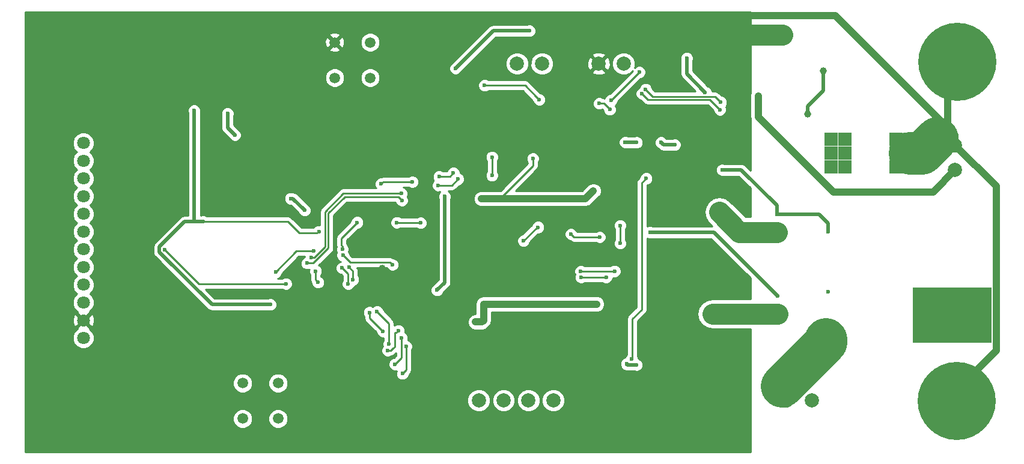
<source format=gbr>
G04 #@! TF.FileFunction,Copper,L2,Bot,Signal*
%FSLAX46Y46*%
G04 Gerber Fmt 4.6, Leading zero omitted, Abs format (unit mm)*
G04 Created by KiCad (PCBNEW 4.0.4-stable) date Tuesday, December 27, 2016 'AMt' 12:33:23 AM*
%MOMM*%
%LPD*%
G01*
G04 APERTURE LIST*
%ADD10C,0.100000*%
%ADD11C,2.000000*%
%ADD12R,1.970000X1.946000*%
%ADD13R,1.000000X1.000000*%
%ADD14C,11.000000*%
%ADD15C,0.700000*%
%ADD16C,1.500000*%
%ADD17C,1.800000*%
%ADD18C,1.600000*%
%ADD19C,0.600000*%
%ADD20C,1.000000*%
%ADD21C,1.000000*%
%ADD22C,3.000000*%
%ADD23C,2.000000*%
%ADD24C,6.000000*%
%ADD25C,0.500000*%
%ADD26C,0.250000*%
%ADD27C,0.254000*%
G04 APERTURE END LIST*
D10*
D11*
X108000000Y-55500000D03*
X111500000Y-55500000D03*
X131700000Y-23000000D03*
X131700000Y-19500000D03*
X85000000Y-8000000D03*
X81500000Y-8000000D03*
X73500000Y-8000000D03*
X70000000Y-8000000D03*
D12*
X116210000Y-20600000D03*
X114240000Y-20600000D03*
X114240000Y-22546000D03*
X116210000Y-22546000D03*
X116210000Y-18654000D03*
X114240000Y-18654000D03*
X125360000Y-20600000D03*
X123390000Y-20600000D03*
X123390000Y-22546000D03*
X125360000Y-22546000D03*
X125360000Y-18654000D03*
X123390000Y-18654000D03*
D13*
X136300000Y-46870000D03*
X135300000Y-46870000D03*
X135300000Y-45870000D03*
X136300000Y-45870000D03*
X134300000Y-45870000D03*
X133300000Y-45870000D03*
X133300000Y-46870000D03*
X134300000Y-46870000D03*
X130300000Y-46870000D03*
X129300000Y-46870000D03*
X129300000Y-45870000D03*
X130300000Y-45870000D03*
X132300000Y-45870000D03*
X131300000Y-45870000D03*
X131300000Y-46870000D03*
X132300000Y-46870000D03*
X128300000Y-46870000D03*
X128300000Y-45870000D03*
X127300000Y-45870000D03*
X126300000Y-45870000D03*
X126300000Y-46870000D03*
X127300000Y-46870000D03*
X127300000Y-44870000D03*
X126300000Y-44870000D03*
X126300000Y-43870000D03*
X127300000Y-43870000D03*
X128300000Y-43870000D03*
X128300000Y-44870000D03*
X132300000Y-44870000D03*
X131300000Y-44870000D03*
X131300000Y-43870000D03*
X132300000Y-43870000D03*
X130300000Y-43870000D03*
X129300000Y-43870000D03*
X129300000Y-44870000D03*
X130300000Y-44870000D03*
X134300000Y-44870000D03*
X133300000Y-44870000D03*
X133300000Y-43870000D03*
X134300000Y-43870000D03*
X136300000Y-43870000D03*
X135300000Y-43870000D03*
X135300000Y-44870000D03*
X136300000Y-44870000D03*
X136300000Y-42100000D03*
X136300000Y-42880000D03*
X135300000Y-42880000D03*
X135300000Y-42100000D03*
X134300000Y-42100000D03*
X133300000Y-42100000D03*
X133300000Y-42880000D03*
X132300000Y-42100000D03*
X131300000Y-42880000D03*
X134300000Y-42880000D03*
X131300000Y-42100000D03*
X132300000Y-42880000D03*
X132300000Y-41100000D03*
X131300000Y-41100000D03*
X131300000Y-40100000D03*
X132300000Y-40100000D03*
X130300000Y-40100000D03*
X133300000Y-41100000D03*
X130300000Y-41100000D03*
X133300000Y-40100000D03*
X127300000Y-42100000D03*
X126300000Y-42100000D03*
X126300000Y-42880000D03*
X127300000Y-41100000D03*
X127300000Y-42880000D03*
X126300000Y-41100000D03*
X134300000Y-40100000D03*
X136300000Y-40100000D03*
X135300000Y-40100000D03*
X135300000Y-41100000D03*
X134300000Y-41100000D03*
X136300000Y-41100000D03*
X129300000Y-40100000D03*
X128300000Y-41100000D03*
X126300000Y-40100000D03*
X127300000Y-40100000D03*
X128300000Y-40100000D03*
X129300000Y-41100000D03*
X129300000Y-42880000D03*
X130300000Y-42100000D03*
X128300000Y-42880000D03*
X128300000Y-42100000D03*
X129300000Y-42100000D03*
X130300000Y-42880000D03*
D11*
X64600000Y-55500000D03*
X68100000Y-55500000D03*
X71600000Y-55500000D03*
X75100000Y-55500000D03*
D14*
X131926815Y-55573185D03*
D15*
X136051815Y-55573185D03*
X134853630Y-58500000D03*
X131926815Y-59698185D03*
X129000000Y-58500000D03*
X127801815Y-55573185D03*
X129000000Y-52646370D03*
X131926815Y-51448185D03*
X134853630Y-52646370D03*
D14*
X132000000Y-7775000D03*
D15*
X136125000Y-7775000D03*
X134926815Y-10701815D03*
X132000000Y-11900000D03*
X129073185Y-10701815D03*
X127875000Y-7775000D03*
X129073185Y-4848185D03*
X132000000Y-3650000D03*
X134926815Y-4848185D03*
D14*
X7773185Y-55573185D03*
D15*
X11898185Y-55573185D03*
X10700000Y-58500000D03*
X7773185Y-59698185D03*
X4846370Y-58500000D03*
X3648185Y-55573185D03*
X4846370Y-52646370D03*
X7773185Y-51448185D03*
X10700000Y-52646370D03*
D14*
X7775000Y-7800000D03*
D15*
X11900000Y-7800000D03*
X10701815Y-10726815D03*
X7775000Y-11925000D03*
X4848185Y-10726815D03*
X3650000Y-7800000D03*
X4848185Y-4873185D03*
X7775000Y-3675000D03*
X10701815Y-4873185D03*
D16*
X44300000Y-5000000D03*
X49300000Y-5000000D03*
X44300000Y-10000000D03*
X49300000Y-10000000D03*
X31325000Y-53075000D03*
X36325000Y-53075000D03*
X31325000Y-58075000D03*
X36325000Y-58075000D03*
D17*
X8900000Y-19200000D03*
X8900000Y-21700000D03*
X8900000Y-24200000D03*
X8900000Y-26700000D03*
X8900000Y-29200000D03*
X8900000Y-31700000D03*
X8900000Y-34200000D03*
X8900000Y-36700000D03*
X8900000Y-39200000D03*
X8900000Y-41700000D03*
X8900000Y-44200000D03*
X8900000Y-46700000D03*
D18*
X107401440Y-3950000D03*
D19*
X91975000Y-14600000D03*
X96825000Y-3475000D03*
X96775000Y-5700000D03*
X72925000Y-15975000D03*
X83875000Y-43775000D03*
X50100000Y-54800000D03*
X48675000Y-52525000D03*
X48675000Y-50400000D03*
X60450000Y-41100000D03*
X70125000Y-21475000D03*
X70475000Y-19000000D03*
D20*
X67840001Y-24035000D03*
X71325001Y-30560558D03*
X64975000Y-29550000D03*
D19*
X34875000Y-3000000D03*
X31590000Y-12950000D03*
X43625000Y-37275000D03*
X75100000Y-49850000D03*
X71625000Y-49825000D03*
X48175000Y-60000000D03*
D20*
X44050000Y-40450000D03*
X50900000Y-32575000D03*
X50925000Y-34675000D03*
X50975000Y-36875000D03*
X48375000Y-39050000D03*
X20800000Y-6075000D03*
X25750000Y-45550000D03*
X21850000Y-45700000D03*
D19*
X93750000Y-55900000D03*
D20*
X64150000Y-44450000D03*
D19*
X85225000Y-19100000D03*
X86825000Y-19125000D03*
X90300000Y-19125000D03*
X92200000Y-19450000D03*
X72225000Y-21400000D03*
D20*
X81225000Y-41925000D03*
X80744860Y-25950000D03*
X64975000Y-27050000D03*
D19*
X87225000Y-9200000D03*
X83225000Y-13200000D03*
X72950000Y-31075000D03*
X70900000Y-33000000D03*
X35225000Y-41985000D03*
X24500000Y-14625000D03*
X42075000Y-31675000D03*
X25750000Y-30300000D03*
X41350000Y-34450000D03*
X35975000Y-37400000D03*
X98700000Y-13450000D03*
X88100000Y-11625000D03*
X61025000Y-23450000D03*
X59000000Y-23950000D03*
X53700000Y-26325000D03*
X40982550Y-35374999D03*
X98575000Y-14500000D03*
X87573195Y-12227063D03*
X61675000Y-24300000D03*
X58875000Y-25175000D03*
X53775000Y-27300000D03*
X40400000Y-36150000D03*
D20*
X113125000Y-9050000D03*
X110975000Y-15150000D03*
D19*
X113800000Y-31750000D03*
X98900000Y-23000000D03*
X106600000Y-29220000D03*
X40075000Y-28700000D03*
X38100000Y-27025000D03*
X30250000Y-18075000D03*
X29200000Y-15025000D03*
D18*
X113499980Y-46825000D03*
D19*
X86825000Y-50500000D03*
X85425000Y-50350000D03*
X88750000Y-31800000D03*
X106700000Y-40800000D03*
X113800000Y-40200000D03*
D20*
X103975000Y-12550000D03*
D19*
X96500000Y-12025000D03*
X93900000Y-7225000D03*
X71700000Y-3375000D03*
X61325000Y-8675000D03*
X20350000Y-34225000D03*
X37450000Y-39050000D03*
X58725000Y-39950000D03*
X41950000Y-38850000D03*
X41625000Y-37275000D03*
X59800000Y-26750000D03*
X55250000Y-24675000D03*
X50850000Y-24975000D03*
X77575000Y-32050000D03*
X81650000Y-32475000D03*
X78975000Y-37300000D03*
X83725000Y-37275000D03*
D18*
X98490000Y-28950000D03*
X106600000Y-31760000D03*
X97525000Y-43300000D03*
X106675000Y-43300000D03*
D19*
X46300000Y-36725000D03*
X46875000Y-38450000D03*
X50275000Y-42975000D03*
X51925000Y-47525000D03*
X52450000Y-36375000D03*
X45450000Y-35025000D03*
X53050000Y-30425000D03*
X56400000Y-30475000D03*
X45400000Y-34175000D03*
X47475000Y-30400000D03*
X53275000Y-45650000D03*
X51775000Y-48475000D03*
X52800000Y-50400000D03*
X53729442Y-46729442D03*
X66475000Y-21175000D03*
X66467831Y-23767831D03*
X53850000Y-51725000D03*
X54375000Y-47900000D03*
X79000000Y-38125000D03*
X73125000Y-13075000D03*
X84525000Y-30825000D03*
X84525000Y-33350000D03*
X82550000Y-38125000D03*
X83050000Y-14475000D03*
X81575000Y-13625000D03*
X65425000Y-11075000D03*
X86125000Y-49650000D03*
X45350000Y-36825000D03*
X46200000Y-39075000D03*
X49200000Y-43100000D03*
X51075000Y-45750000D03*
X88200000Y-24200000D03*
D21*
X131700000Y-19500000D02*
X137500001Y-25300001D01*
X137500001Y-25300001D02*
X137500001Y-48445997D01*
X137500001Y-48445997D02*
X131926815Y-54019183D01*
X131926815Y-54019183D02*
X131926815Y-55573185D01*
X131700000Y-19500000D02*
X130700001Y-18500001D01*
X130700001Y-18500001D02*
X130700001Y-9074999D01*
X130700001Y-9074999D02*
X132000000Y-7775000D01*
D22*
X107401440Y-3950000D02*
X102300000Y-3950000D01*
D23*
X129150000Y-18475000D02*
X130675000Y-18475000D01*
X130675000Y-18475000D02*
X131700000Y-19500000D01*
D24*
X127025000Y-20600000D02*
X129150000Y-18475000D01*
X125360000Y-20600000D02*
X127025000Y-20600000D01*
D21*
X114839213Y-1225000D02*
X101850000Y-1225000D01*
X131700000Y-19500000D02*
X131700000Y-18085787D01*
X131700000Y-18085787D02*
X114839213Y-1225000D01*
X64150000Y-44450000D02*
X65025000Y-44450000D01*
X65025000Y-44450000D02*
X65275000Y-44200000D01*
D25*
X86825000Y-19125000D02*
X85250000Y-19125000D01*
X85250000Y-19125000D02*
X85225000Y-19100000D01*
X92200000Y-19450000D02*
X90625000Y-19450000D01*
X90625000Y-19450000D02*
X90300000Y-19125000D01*
D21*
X65275000Y-41925000D02*
X65275000Y-44200000D01*
X64975000Y-27050000D02*
X67775000Y-27050000D01*
X67775000Y-27050000D02*
X79644860Y-27050000D01*
D26*
X72225000Y-21400000D02*
X72225000Y-22400000D01*
X72225000Y-22400000D02*
X67775000Y-26850000D01*
X67775000Y-26850000D02*
X67775000Y-27050000D01*
D21*
X81225000Y-41925000D02*
X65275000Y-41925000D01*
X79644860Y-27050000D02*
X80744860Y-25950000D01*
D26*
X83225000Y-13200000D02*
X87225000Y-9200000D01*
X70900000Y-33000000D02*
X72825000Y-31075000D01*
X72825000Y-31075000D02*
X72950000Y-31075000D01*
X25750000Y-30300000D02*
X37700000Y-30300000D01*
X42025000Y-31675000D02*
X42075000Y-31675000D01*
X37700000Y-30300000D02*
X39300000Y-31900000D01*
X39300000Y-31900000D02*
X41800000Y-31900000D01*
X41800000Y-31900000D02*
X42025000Y-31675000D01*
D25*
X35225000Y-41985000D02*
X26999998Y-41985000D01*
X19599999Y-33864999D02*
X23164998Y-30300000D01*
X23164998Y-30300000D02*
X24625000Y-30300000D01*
X26999998Y-41985000D02*
X19599999Y-34585001D01*
X19599999Y-34585001D02*
X19599999Y-33864999D01*
X24625000Y-30300000D02*
X25750000Y-30300000D01*
X24500000Y-14625000D02*
X24500000Y-30175000D01*
X24500000Y-30175000D02*
X24625000Y-30300000D01*
D26*
X35975000Y-37400000D02*
X38925000Y-34450000D01*
X38925000Y-34450000D02*
X41350000Y-34450000D01*
X88100000Y-11625000D02*
X89125001Y-12650001D01*
X89125001Y-12650001D02*
X97900001Y-12650001D01*
X97900001Y-12650001D02*
X98700000Y-13450000D01*
X59000000Y-23950000D02*
X60525000Y-23950000D01*
X60525000Y-23950000D02*
X61025000Y-23450000D01*
X42950000Y-28900000D02*
X45525000Y-26325000D01*
X45525000Y-26325000D02*
X53700000Y-26325000D01*
X42950000Y-33831813D02*
X42950000Y-28900000D01*
X40982550Y-35374999D02*
X41406814Y-35374999D01*
X41406814Y-35374999D02*
X42950000Y-33831813D01*
X88938601Y-13100011D02*
X97175011Y-13100011D01*
X97175011Y-13100011D02*
X98049999Y-13974999D01*
X87573195Y-12227063D02*
X88446142Y-13100010D01*
X88446142Y-13100010D02*
X88938601Y-13100011D01*
X98049999Y-13974999D02*
X98575000Y-14500000D01*
X58875000Y-25175000D02*
X60800000Y-25175000D01*
X60800000Y-25175000D02*
X61675000Y-24300000D01*
X45711400Y-26775010D02*
X53250010Y-26775010D01*
X53250010Y-26775010D02*
X53775000Y-27300000D01*
X43400010Y-29086400D02*
X45711400Y-26775010D01*
X43400010Y-34018213D02*
X43400010Y-29086400D01*
X40400000Y-36150000D02*
X41268223Y-36150000D01*
X41268223Y-36150000D02*
X43400010Y-34018213D01*
D25*
X113125000Y-11850000D02*
X113125000Y-9050000D01*
X110975000Y-15150000D02*
X110975000Y-14000000D01*
X110975000Y-14000000D02*
X113125000Y-11850000D01*
X113800000Y-31750000D02*
X113800000Y-30500000D01*
X113800000Y-30500000D02*
X112520000Y-29220000D01*
X112520000Y-29220000D02*
X109400000Y-29220000D01*
X109400000Y-29220000D02*
X106600000Y-29220000D01*
X101575000Y-23000000D02*
X98900000Y-23000000D01*
X106600000Y-29220000D02*
X106600000Y-28025000D01*
X106600000Y-28025000D02*
X101575000Y-23000000D01*
X38100000Y-27025000D02*
X38400000Y-27025000D01*
X38400000Y-27025000D02*
X40075000Y-28700000D01*
X29200000Y-15025000D02*
X29200000Y-17025000D01*
X29200000Y-17025000D02*
X30250000Y-18075000D01*
D23*
X107299999Y-53483999D02*
X107398212Y-53483999D01*
X108000000Y-54085787D02*
X108000000Y-55500000D01*
X107398212Y-53483999D02*
X108000000Y-54085787D01*
D24*
X113499980Y-46825000D02*
X113499980Y-47284018D01*
X113499980Y-47284018D02*
X107299999Y-53483999D01*
D25*
X85425000Y-50350000D02*
X85575000Y-50500000D01*
X85575000Y-50500000D02*
X86825000Y-50500000D01*
X88750000Y-31800000D02*
X97700000Y-31800000D01*
X97700000Y-31800000D02*
X106700000Y-40800000D01*
D21*
X103975000Y-12550000D02*
X103975000Y-15499002D01*
X103975000Y-15499002D02*
X114575998Y-26100000D01*
X114575998Y-26100000D02*
X128600000Y-26100000D01*
X128600000Y-26100000D02*
X131700000Y-23000000D01*
D25*
X93900000Y-7225000D02*
X93900000Y-9425000D01*
X93900000Y-9425000D02*
X96500000Y-12025000D01*
X61325000Y-8675000D02*
X66625000Y-3375000D01*
X66625000Y-3375000D02*
X71700000Y-3375000D01*
D26*
X37450000Y-39050000D02*
X25175000Y-39050000D01*
X25175000Y-39050000D02*
X20350000Y-34225000D01*
D25*
X59800000Y-38875000D02*
X58725000Y-39950000D01*
D26*
X41625000Y-37275000D02*
X41625000Y-38525000D01*
X41625000Y-38525000D02*
X41950000Y-38850000D01*
D25*
X59800000Y-26750000D02*
X59800000Y-38875000D01*
D26*
X50850000Y-24975000D02*
X51149999Y-24675001D01*
X51149999Y-24675001D02*
X55249999Y-24675001D01*
X81650000Y-32475000D02*
X78000000Y-32475000D01*
X78000000Y-32475000D02*
X77575000Y-32050000D01*
X78975000Y-37300000D02*
X83700000Y-37300000D01*
X83700000Y-37300000D02*
X83725000Y-37275000D01*
D22*
X106600000Y-31760000D02*
X101300000Y-31760000D01*
X101300000Y-31760000D02*
X98490000Y-28950000D01*
X106675000Y-43300000D02*
X97525000Y-43300000D01*
D26*
X46875000Y-38450000D02*
X46875000Y-37300000D01*
X46875000Y-37300000D02*
X46300000Y-36725000D01*
X51925000Y-47525000D02*
X51925000Y-44625000D01*
X51925000Y-44625000D02*
X50275000Y-42975000D01*
X45450000Y-35025000D02*
X46474999Y-36049999D01*
X52124999Y-36049999D02*
X52450000Y-36375000D01*
X46474999Y-36049999D02*
X52124999Y-36049999D01*
X56400000Y-30475000D02*
X53100000Y-30475000D01*
X53100000Y-30475000D02*
X53050000Y-30425000D01*
X45400000Y-34175000D02*
X45400000Y-33750736D01*
X45400000Y-33750736D02*
X45275000Y-33625736D01*
X45275000Y-33625736D02*
X45275000Y-32600000D01*
X45275000Y-32600000D02*
X47475000Y-30400000D01*
X52750000Y-45975000D02*
X52950000Y-45975000D01*
X52950000Y-45975000D02*
X53275000Y-45650000D01*
X52750000Y-46875000D02*
X52750000Y-45975000D01*
X52549264Y-48125000D02*
X52750000Y-47924264D01*
X52750000Y-47924264D02*
X52750000Y-46875000D01*
X51775000Y-48475000D02*
X52199264Y-48475000D01*
X52199264Y-48475000D02*
X52549264Y-48125000D01*
X51900002Y-48475000D02*
X51775000Y-48475000D01*
X53729442Y-46729442D02*
X53729442Y-49470558D01*
X53729442Y-49470558D02*
X52800000Y-50400000D01*
X66467831Y-23767831D02*
X66467831Y-21182169D01*
X66467831Y-21182169D02*
X66475000Y-21175000D01*
X54375000Y-47900000D02*
X54375000Y-51200000D01*
X54375000Y-51200000D02*
X53850000Y-51725000D01*
X79000000Y-38125000D02*
X80275000Y-38125000D01*
X80275000Y-38125000D02*
X82550000Y-38125000D01*
X72697647Y-12647647D02*
X73125000Y-13075000D01*
X84525000Y-33350000D02*
X84525000Y-30825000D01*
X81575000Y-13625000D02*
X82200000Y-13625000D01*
X82200000Y-13625000D02*
X83050000Y-14475000D01*
X65425000Y-11075000D02*
X71125000Y-11075000D01*
X71125000Y-11075000D02*
X72697647Y-12647647D01*
X86200000Y-44025000D02*
X86200000Y-49575000D01*
X86200000Y-49575000D02*
X86125000Y-49650000D01*
X46200000Y-39075000D02*
X46200000Y-37675000D01*
X46200000Y-37675000D02*
X45350000Y-36825000D01*
X51075000Y-45750000D02*
X49200000Y-43875000D01*
X49200000Y-43875000D02*
X49200000Y-43100000D01*
X87550000Y-24850000D02*
X87550000Y-42675000D01*
X87550000Y-42675000D02*
X86200000Y-44025000D01*
X88200000Y-24200000D02*
X87550000Y-24850000D01*
D27*
G36*
X102873000Y-12244246D02*
X102840197Y-12323244D01*
X102839803Y-12774775D01*
X102840000Y-12775252D01*
X102840000Y-15499002D01*
X102873000Y-15664904D01*
X102873000Y-23046420D01*
X102200790Y-22374210D01*
X101951750Y-22207808D01*
X101913675Y-22182367D01*
X101857484Y-22171190D01*
X101575000Y-22114999D01*
X101574995Y-22115000D01*
X99206822Y-22115000D01*
X99086799Y-22065162D01*
X98714833Y-22064838D01*
X98371057Y-22206883D01*
X98107808Y-22469673D01*
X97965162Y-22813201D01*
X97964838Y-23185167D01*
X98106883Y-23528943D01*
X98369673Y-23792192D01*
X98713201Y-23934838D01*
X99085167Y-23935162D01*
X99206569Y-23885000D01*
X101208420Y-23885000D01*
X102873000Y-25549580D01*
X102873000Y-29625000D01*
X102184346Y-29625000D01*
X99999673Y-27440327D01*
X99307029Y-26977517D01*
X98490000Y-26815000D01*
X97672971Y-26977517D01*
X96980327Y-27440327D01*
X96517517Y-28132971D01*
X96355000Y-28950000D01*
X96517517Y-29767029D01*
X96980327Y-30459673D01*
X97435654Y-30915000D01*
X89056822Y-30915000D01*
X88936799Y-30865162D01*
X88564833Y-30864838D01*
X88310000Y-30970133D01*
X88310000Y-25164802D01*
X88339680Y-25135122D01*
X88385167Y-25135162D01*
X88728943Y-24993117D01*
X88992192Y-24730327D01*
X89134838Y-24386799D01*
X89135162Y-24014833D01*
X88993117Y-23671057D01*
X88730327Y-23407808D01*
X88386799Y-23265162D01*
X88014833Y-23264838D01*
X87671057Y-23406883D01*
X87407808Y-23669673D01*
X87265162Y-24013201D01*
X87265121Y-24060077D01*
X87012599Y-24312599D01*
X86847852Y-24559161D01*
X86790000Y-24850000D01*
X86790000Y-42360198D01*
X85662599Y-43487599D01*
X85497852Y-43734161D01*
X85440000Y-44025000D01*
X85440000Y-49012668D01*
X85332808Y-49119673D01*
X85204116Y-49429596D01*
X84896057Y-49556883D01*
X84632808Y-49819673D01*
X84490162Y-50163201D01*
X84489838Y-50535167D01*
X84631883Y-50878943D01*
X84894673Y-51142192D01*
X85103588Y-51228942D01*
X85236325Y-51317633D01*
X85292516Y-51328810D01*
X85575000Y-51385001D01*
X85575005Y-51385000D01*
X86518178Y-51385000D01*
X86638201Y-51434838D01*
X87010167Y-51435162D01*
X87353943Y-51293117D01*
X87617192Y-51030327D01*
X87759838Y-50686799D01*
X87760162Y-50314833D01*
X87618117Y-49971057D01*
X87355327Y-49707808D01*
X87060057Y-49585201D01*
X87060162Y-49464833D01*
X86960000Y-49222422D01*
X86960000Y-44339802D01*
X88087401Y-43212401D01*
X88252148Y-42965840D01*
X88310000Y-42675000D01*
X88310000Y-32629699D01*
X88563201Y-32734838D01*
X88935167Y-32735162D01*
X89056569Y-32685000D01*
X97333420Y-32685000D01*
X102873000Y-38224579D01*
X102873000Y-41165000D01*
X97525000Y-41165000D01*
X96707971Y-41327517D01*
X96015327Y-41790327D01*
X95552517Y-42482971D01*
X95390000Y-43300000D01*
X95552517Y-44117029D01*
X96015327Y-44809673D01*
X96707971Y-45272483D01*
X97525000Y-45435000D01*
X102873000Y-45435000D01*
X102873000Y-62790000D01*
X710000Y-62790000D01*
X710000Y-59893254D01*
X6788015Y-59893254D01*
X6937656Y-60255414D01*
X7214499Y-60532740D01*
X7576397Y-60683013D01*
X7968254Y-60683355D01*
X8330414Y-60533714D01*
X8607740Y-60256871D01*
X8758013Y-59894973D01*
X8758355Y-59503116D01*
X8608714Y-59140956D01*
X8331871Y-58863630D01*
X7969973Y-58713357D01*
X7578116Y-58713015D01*
X7215956Y-58862656D01*
X6938630Y-59139499D01*
X6788357Y-59501397D01*
X6788015Y-59893254D01*
X710000Y-59893254D01*
X710000Y-58695069D01*
X3861200Y-58695069D01*
X4010841Y-59057229D01*
X4287684Y-59334555D01*
X4649582Y-59484828D01*
X5041439Y-59485170D01*
X5403599Y-59335529D01*
X5680925Y-59058686D01*
X5831198Y-58696788D01*
X5831199Y-58695069D01*
X9714830Y-58695069D01*
X9864471Y-59057229D01*
X10141314Y-59334555D01*
X10503212Y-59484828D01*
X10895069Y-59485170D01*
X11257229Y-59335529D01*
X11534555Y-59058686D01*
X11684828Y-58696788D01*
X11685131Y-58349285D01*
X29939760Y-58349285D01*
X30150169Y-58858515D01*
X30539436Y-59248461D01*
X31048298Y-59459759D01*
X31599285Y-59460240D01*
X32108515Y-59249831D01*
X32498461Y-58860564D01*
X32709759Y-58351702D01*
X32709761Y-58349285D01*
X34939760Y-58349285D01*
X35150169Y-58858515D01*
X35539436Y-59248461D01*
X36048298Y-59459759D01*
X36599285Y-59460240D01*
X37108515Y-59249831D01*
X37498461Y-58860564D01*
X37709759Y-58351702D01*
X37710240Y-57800715D01*
X37499831Y-57291485D01*
X37110564Y-56901539D01*
X36601702Y-56690241D01*
X36050715Y-56689760D01*
X35541485Y-56900169D01*
X35151539Y-57289436D01*
X34940241Y-57798298D01*
X34939760Y-58349285D01*
X32709761Y-58349285D01*
X32710240Y-57800715D01*
X32499831Y-57291485D01*
X32110564Y-56901539D01*
X31601702Y-56690241D01*
X31050715Y-56689760D01*
X30541485Y-56900169D01*
X30151539Y-57289436D01*
X29940241Y-57798298D01*
X29939760Y-58349285D01*
X11685131Y-58349285D01*
X11685170Y-58304931D01*
X11535529Y-57942771D01*
X11258686Y-57665445D01*
X10896788Y-57515172D01*
X10504931Y-57514830D01*
X10142771Y-57664471D01*
X9865445Y-57941314D01*
X9715172Y-58303212D01*
X9714830Y-58695069D01*
X5831199Y-58695069D01*
X5831540Y-58304931D01*
X5681899Y-57942771D01*
X5405056Y-57665445D01*
X5043158Y-57515172D01*
X4651301Y-57514830D01*
X4289141Y-57664471D01*
X4011815Y-57941314D01*
X3861542Y-58303212D01*
X3861200Y-58695069D01*
X710000Y-58695069D01*
X710000Y-55768254D01*
X2663015Y-55768254D01*
X2812656Y-56130414D01*
X3089499Y-56407740D01*
X3451397Y-56558013D01*
X3843254Y-56558355D01*
X4205414Y-56408714D01*
X4482740Y-56131871D01*
X4633013Y-55769973D01*
X4633014Y-55768254D01*
X10913015Y-55768254D01*
X11062656Y-56130414D01*
X11339499Y-56407740D01*
X11701397Y-56558013D01*
X12093254Y-56558355D01*
X12455414Y-56408714D01*
X12732740Y-56131871D01*
X12860664Y-55823795D01*
X62964716Y-55823795D01*
X63213106Y-56424943D01*
X63672637Y-56885278D01*
X64273352Y-57134716D01*
X64923795Y-57135284D01*
X65524943Y-56886894D01*
X65985278Y-56427363D01*
X66234716Y-55826648D01*
X66234718Y-55823795D01*
X66464716Y-55823795D01*
X66713106Y-56424943D01*
X67172637Y-56885278D01*
X67773352Y-57134716D01*
X68423795Y-57135284D01*
X69024943Y-56886894D01*
X69485278Y-56427363D01*
X69734716Y-55826648D01*
X69734718Y-55823795D01*
X69964716Y-55823795D01*
X70213106Y-56424943D01*
X70672637Y-56885278D01*
X71273352Y-57134716D01*
X71923795Y-57135284D01*
X72524943Y-56886894D01*
X72985278Y-56427363D01*
X73234716Y-55826648D01*
X73234718Y-55823795D01*
X73464716Y-55823795D01*
X73713106Y-56424943D01*
X74172637Y-56885278D01*
X74773352Y-57134716D01*
X75423795Y-57135284D01*
X76024943Y-56886894D01*
X76485278Y-56427363D01*
X76734716Y-55826648D01*
X76735284Y-55176205D01*
X76486894Y-54575057D01*
X76027363Y-54114722D01*
X75426648Y-53865284D01*
X74776205Y-53864716D01*
X74175057Y-54113106D01*
X73714722Y-54572637D01*
X73465284Y-55173352D01*
X73464716Y-55823795D01*
X73234718Y-55823795D01*
X73235284Y-55176205D01*
X72986894Y-54575057D01*
X72527363Y-54114722D01*
X71926648Y-53865284D01*
X71276205Y-53864716D01*
X70675057Y-54113106D01*
X70214722Y-54572637D01*
X69965284Y-55173352D01*
X69964716Y-55823795D01*
X69734718Y-55823795D01*
X69735284Y-55176205D01*
X69486894Y-54575057D01*
X69027363Y-54114722D01*
X68426648Y-53865284D01*
X67776205Y-53864716D01*
X67175057Y-54113106D01*
X66714722Y-54572637D01*
X66465284Y-55173352D01*
X66464716Y-55823795D01*
X66234718Y-55823795D01*
X66235284Y-55176205D01*
X65986894Y-54575057D01*
X65527363Y-54114722D01*
X64926648Y-53865284D01*
X64276205Y-53864716D01*
X63675057Y-54113106D01*
X63214722Y-54572637D01*
X62965284Y-55173352D01*
X62964716Y-55823795D01*
X12860664Y-55823795D01*
X12883013Y-55769973D01*
X12883355Y-55378116D01*
X12733714Y-55015956D01*
X12456871Y-54738630D01*
X12094973Y-54588357D01*
X11703116Y-54588015D01*
X11340956Y-54737656D01*
X11063630Y-55014499D01*
X10913357Y-55376397D01*
X10913015Y-55768254D01*
X4633014Y-55768254D01*
X4633355Y-55378116D01*
X4483714Y-55015956D01*
X4206871Y-54738630D01*
X3844973Y-54588357D01*
X3453116Y-54588015D01*
X3090956Y-54737656D01*
X2813630Y-55014499D01*
X2663357Y-55376397D01*
X2663015Y-55768254D01*
X710000Y-55768254D01*
X710000Y-52841439D01*
X3861200Y-52841439D01*
X4010841Y-53203599D01*
X4287684Y-53480925D01*
X4649582Y-53631198D01*
X5041439Y-53631540D01*
X5403599Y-53481899D01*
X5680925Y-53205056D01*
X5831198Y-52843158D01*
X5831199Y-52841439D01*
X9714830Y-52841439D01*
X9864471Y-53203599D01*
X10141314Y-53480925D01*
X10503212Y-53631198D01*
X10895069Y-53631540D01*
X11257229Y-53481899D01*
X11390074Y-53349285D01*
X29939760Y-53349285D01*
X30150169Y-53858515D01*
X30539436Y-54248461D01*
X31048298Y-54459759D01*
X31599285Y-54460240D01*
X32108515Y-54249831D01*
X32498461Y-53860564D01*
X32709759Y-53351702D01*
X32709761Y-53349285D01*
X34939760Y-53349285D01*
X35150169Y-53858515D01*
X35539436Y-54248461D01*
X36048298Y-54459759D01*
X36599285Y-54460240D01*
X37108515Y-54249831D01*
X37498461Y-53860564D01*
X37709759Y-53351702D01*
X37710240Y-52800715D01*
X37499831Y-52291485D01*
X37110564Y-51901539D01*
X36601702Y-51690241D01*
X36050715Y-51689760D01*
X35541485Y-51900169D01*
X35151539Y-52289436D01*
X34940241Y-52798298D01*
X34939760Y-53349285D01*
X32709761Y-53349285D01*
X32710240Y-52800715D01*
X32499831Y-52291485D01*
X32110564Y-51901539D01*
X31601702Y-51690241D01*
X31050715Y-51689760D01*
X30541485Y-51900169D01*
X30151539Y-52289436D01*
X29940241Y-52798298D01*
X29939760Y-53349285D01*
X11390074Y-53349285D01*
X11534555Y-53205056D01*
X11684828Y-52843158D01*
X11685170Y-52451301D01*
X11535529Y-52089141D01*
X11258686Y-51811815D01*
X10896788Y-51661542D01*
X10504931Y-51661200D01*
X10142771Y-51810841D01*
X9865445Y-52087684D01*
X9715172Y-52449582D01*
X9714830Y-52841439D01*
X5831199Y-52841439D01*
X5831540Y-52451301D01*
X5681899Y-52089141D01*
X5405056Y-51811815D01*
X5043158Y-51661542D01*
X4651301Y-51661200D01*
X4289141Y-51810841D01*
X4011815Y-52087684D01*
X3861542Y-52449582D01*
X3861200Y-52841439D01*
X710000Y-52841439D01*
X710000Y-51643254D01*
X6788015Y-51643254D01*
X6937656Y-52005414D01*
X7214499Y-52282740D01*
X7576397Y-52433013D01*
X7968254Y-52433355D01*
X8330414Y-52283714D01*
X8607740Y-52006871D01*
X8758013Y-51644973D01*
X8758355Y-51253116D01*
X8608714Y-50890956D01*
X8331871Y-50613630D01*
X7969973Y-50463357D01*
X7578116Y-50463015D01*
X7215956Y-50612656D01*
X6938630Y-50889499D01*
X6788357Y-51251397D01*
X6788015Y-51643254D01*
X710000Y-51643254D01*
X710000Y-47003991D01*
X7364735Y-47003991D01*
X7597932Y-47568371D01*
X8029357Y-48000551D01*
X8593330Y-48234733D01*
X9203991Y-48235265D01*
X9768371Y-48002068D01*
X10200551Y-47570643D01*
X10434733Y-47006670D01*
X10435265Y-46396009D01*
X10202068Y-45831629D01*
X9770643Y-45399449D01*
X9761628Y-45395706D01*
X9800554Y-45280159D01*
X8900000Y-44379605D01*
X7999446Y-45280159D01*
X8038207Y-45395214D01*
X8031629Y-45397932D01*
X7599449Y-45829357D01*
X7365267Y-46393330D01*
X7364735Y-47003991D01*
X710000Y-47003991D01*
X710000Y-43959336D01*
X7353542Y-43959336D01*
X7379161Y-44569460D01*
X7563357Y-45014148D01*
X7819841Y-45100554D01*
X8720395Y-44200000D01*
X9079605Y-44200000D01*
X9980159Y-45100554D01*
X10236643Y-45014148D01*
X10446458Y-44440664D01*
X10420839Y-43830540D01*
X10236643Y-43385852D01*
X9980159Y-43299446D01*
X9079605Y-44200000D01*
X8720395Y-44200000D01*
X7819841Y-43299446D01*
X7563357Y-43385852D01*
X7353542Y-43959336D01*
X710000Y-43959336D01*
X710000Y-19503991D01*
X7364735Y-19503991D01*
X7597932Y-20068371D01*
X7979182Y-20450288D01*
X7599449Y-20829357D01*
X7365267Y-21393330D01*
X7364735Y-22003991D01*
X7597932Y-22568371D01*
X7979182Y-22950288D01*
X7599449Y-23329357D01*
X7365267Y-23893330D01*
X7364735Y-24503991D01*
X7597932Y-25068371D01*
X7979182Y-25450288D01*
X7599449Y-25829357D01*
X7365267Y-26393330D01*
X7364735Y-27003991D01*
X7597932Y-27568371D01*
X7979182Y-27950288D01*
X7599449Y-28329357D01*
X7365267Y-28893330D01*
X7364735Y-29503991D01*
X7597932Y-30068371D01*
X7979182Y-30450288D01*
X7599449Y-30829357D01*
X7365267Y-31393330D01*
X7364735Y-32003991D01*
X7597932Y-32568371D01*
X7979182Y-32950288D01*
X7599449Y-33329357D01*
X7365267Y-33893330D01*
X7364735Y-34503991D01*
X7597932Y-35068371D01*
X7979182Y-35450288D01*
X7599449Y-35829357D01*
X7365267Y-36393330D01*
X7364735Y-37003991D01*
X7597932Y-37568371D01*
X7979182Y-37950288D01*
X7599449Y-38329357D01*
X7365267Y-38893330D01*
X7364735Y-39503991D01*
X7597932Y-40068371D01*
X7979182Y-40450288D01*
X7599449Y-40829357D01*
X7365267Y-41393330D01*
X7364735Y-42003991D01*
X7597932Y-42568371D01*
X8029357Y-43000551D01*
X8038372Y-43004294D01*
X7999446Y-43119841D01*
X8900000Y-44020395D01*
X9635228Y-43285167D01*
X48264838Y-43285167D01*
X48406883Y-43628943D01*
X48440000Y-43662118D01*
X48440000Y-43875000D01*
X48497852Y-44165839D01*
X48662599Y-44412401D01*
X50139878Y-45889680D01*
X50139838Y-45935167D01*
X50281883Y-46278943D01*
X50544673Y-46542192D01*
X50888201Y-46684838D01*
X51165000Y-46685079D01*
X51165000Y-46962537D01*
X51132808Y-46994673D01*
X50990162Y-47338201D01*
X50989838Y-47710167D01*
X51056385Y-47871224D01*
X50982808Y-47944673D01*
X50840162Y-48288201D01*
X50839838Y-48660167D01*
X50981883Y-49003943D01*
X51244673Y-49267192D01*
X51588201Y-49409838D01*
X51960167Y-49410162D01*
X52303943Y-49268117D01*
X52371422Y-49200755D01*
X52490103Y-49177148D01*
X52736665Y-49012401D01*
X52969442Y-48779624D01*
X52969442Y-49155756D01*
X52660320Y-49464878D01*
X52614833Y-49464838D01*
X52271057Y-49606883D01*
X52007808Y-49869673D01*
X51865162Y-50213201D01*
X51864838Y-50585167D01*
X52006883Y-50928943D01*
X52269673Y-51192192D01*
X52613201Y-51334838D01*
X52985167Y-51335162D01*
X53002434Y-51328027D01*
X52915162Y-51538201D01*
X52914838Y-51910167D01*
X53056883Y-52253943D01*
X53319673Y-52517192D01*
X53663201Y-52659838D01*
X54035167Y-52660162D01*
X54378943Y-52518117D01*
X54642192Y-52255327D01*
X54784838Y-51911799D01*
X54784879Y-51864923D01*
X54912401Y-51737401D01*
X55077148Y-51490839D01*
X55135000Y-51200000D01*
X55135000Y-48462463D01*
X55167192Y-48430327D01*
X55309838Y-48086799D01*
X55310162Y-47714833D01*
X55168117Y-47371057D01*
X54905327Y-47107808D01*
X54631882Y-46994263D01*
X54664280Y-46916241D01*
X54664604Y-46544275D01*
X54522559Y-46200499D01*
X54259769Y-45937250D01*
X54181604Y-45904793D01*
X54209838Y-45836799D01*
X54210162Y-45464833D01*
X54068117Y-45121057D01*
X53805327Y-44857808D01*
X53461799Y-44715162D01*
X53089833Y-44714838D01*
X52746057Y-44856883D01*
X52685000Y-44917834D01*
X52685000Y-44674775D01*
X63014803Y-44674775D01*
X63187233Y-45092086D01*
X63506235Y-45411645D01*
X63923244Y-45584803D01*
X64374775Y-45585197D01*
X64375252Y-45585000D01*
X65025000Y-45585000D01*
X65459346Y-45498603D01*
X65827566Y-45252566D01*
X66077566Y-45002566D01*
X66323603Y-44634346D01*
X66346896Y-44517243D01*
X66410000Y-44200000D01*
X66410000Y-43060000D01*
X81224009Y-43060000D01*
X81449775Y-43060197D01*
X81867086Y-42887767D01*
X82186645Y-42568765D01*
X82359803Y-42151756D01*
X82360197Y-41700225D01*
X82187767Y-41282914D01*
X81868765Y-40963355D01*
X81451756Y-40790197D01*
X81000225Y-40789803D01*
X80999748Y-40790000D01*
X65275000Y-40790000D01*
X64840654Y-40876397D01*
X64472434Y-41122434D01*
X64226397Y-41490654D01*
X64140000Y-41925000D01*
X64140000Y-43314990D01*
X63925225Y-43314803D01*
X63507914Y-43487233D01*
X63188355Y-43806235D01*
X63015197Y-44223244D01*
X63014803Y-44674775D01*
X52685000Y-44674775D01*
X52685000Y-44625000D01*
X52642711Y-44412401D01*
X52627148Y-44334160D01*
X52462401Y-44087599D01*
X51210122Y-42835320D01*
X51210162Y-42789833D01*
X51068117Y-42446057D01*
X50805327Y-42182808D01*
X50461799Y-42040162D01*
X50089833Y-42039838D01*
X49746057Y-42181883D01*
X49652348Y-42275428D01*
X49386799Y-42165162D01*
X49014833Y-42164838D01*
X48671057Y-42306883D01*
X48407808Y-42569673D01*
X48265162Y-42913201D01*
X48264838Y-43285167D01*
X9635228Y-43285167D01*
X9800554Y-43119841D01*
X9761793Y-43004786D01*
X9768371Y-43002068D01*
X10200551Y-42570643D01*
X10434733Y-42006670D01*
X10435265Y-41396009D01*
X10202068Y-40831629D01*
X9820818Y-40449712D01*
X10200551Y-40070643D01*
X10434733Y-39506670D01*
X10435265Y-38896009D01*
X10202068Y-38331629D01*
X9820818Y-37949712D01*
X10200551Y-37570643D01*
X10434733Y-37006670D01*
X10435265Y-36396009D01*
X10202068Y-35831629D01*
X9820818Y-35449712D01*
X10200551Y-35070643D01*
X10434733Y-34506670D01*
X10435265Y-33896009D01*
X10422452Y-33864999D01*
X18714998Y-33864999D01*
X18714999Y-33865004D01*
X18714999Y-34584996D01*
X18714998Y-34585001D01*
X18766651Y-34844672D01*
X18782366Y-34923676D01*
X18940380Y-35160162D01*
X18974209Y-35210791D01*
X26374206Y-42610787D01*
X26374208Y-42610790D01*
X26661323Y-42802633D01*
X26717514Y-42813810D01*
X26999998Y-42870001D01*
X27000003Y-42870000D01*
X34918178Y-42870000D01*
X35038201Y-42919838D01*
X35410167Y-42920162D01*
X35753943Y-42778117D01*
X36017192Y-42515327D01*
X36159838Y-42171799D01*
X36160162Y-41799833D01*
X36018117Y-41456057D01*
X35755327Y-41192808D01*
X35411799Y-41050162D01*
X35039833Y-41049838D01*
X34918431Y-41100000D01*
X27366577Y-41100000D01*
X26401744Y-40135167D01*
X57789838Y-40135167D01*
X57931883Y-40478943D01*
X58194673Y-40742192D01*
X58538201Y-40884838D01*
X58910167Y-40885162D01*
X59253943Y-40743117D01*
X59517192Y-40480327D01*
X59567566Y-40359014D01*
X60425787Y-39500792D01*
X60425790Y-39500790D01*
X60553975Y-39308946D01*
X60617634Y-39213674D01*
X60685001Y-38875000D01*
X60685000Y-38874995D01*
X60685000Y-37485167D01*
X78039838Y-37485167D01*
X78146295Y-37742813D01*
X78065162Y-37938201D01*
X78064838Y-38310167D01*
X78206883Y-38653943D01*
X78469673Y-38917192D01*
X78813201Y-39059838D01*
X79185167Y-39060162D01*
X79528943Y-38918117D01*
X79562118Y-38885000D01*
X81987537Y-38885000D01*
X82019673Y-38917192D01*
X82363201Y-39059838D01*
X82735167Y-39060162D01*
X83078943Y-38918117D01*
X83342192Y-38655327D01*
X83484838Y-38311799D01*
X83484946Y-38187725D01*
X83538201Y-38209838D01*
X83910167Y-38210162D01*
X84253943Y-38068117D01*
X84517192Y-37805327D01*
X84659838Y-37461799D01*
X84660162Y-37089833D01*
X84518117Y-36746057D01*
X84255327Y-36482808D01*
X83911799Y-36340162D01*
X83539833Y-36339838D01*
X83196057Y-36481883D01*
X83137838Y-36540000D01*
X79537463Y-36540000D01*
X79505327Y-36507808D01*
X79161799Y-36365162D01*
X78789833Y-36364838D01*
X78446057Y-36506883D01*
X78182808Y-36769673D01*
X78040162Y-37113201D01*
X78039838Y-37485167D01*
X60685000Y-37485167D01*
X60685000Y-33185167D01*
X69964838Y-33185167D01*
X70106883Y-33528943D01*
X70369673Y-33792192D01*
X70713201Y-33934838D01*
X71085167Y-33935162D01*
X71428943Y-33793117D01*
X71692192Y-33530327D01*
X71834838Y-33186799D01*
X71834879Y-33139923D01*
X72739635Y-32235167D01*
X76639838Y-32235167D01*
X76781883Y-32578943D01*
X77044673Y-32842192D01*
X77388201Y-32984838D01*
X77435077Y-32984879D01*
X77462599Y-33012401D01*
X77709161Y-33177148D01*
X78000000Y-33235000D01*
X81087537Y-33235000D01*
X81119673Y-33267192D01*
X81463201Y-33409838D01*
X81835167Y-33410162D01*
X82178943Y-33268117D01*
X82442192Y-33005327D01*
X82584838Y-32661799D01*
X82585162Y-32289833D01*
X82443117Y-31946057D01*
X82180327Y-31682808D01*
X81836799Y-31540162D01*
X81464833Y-31539838D01*
X81121057Y-31681883D01*
X81087882Y-31715000D01*
X78448252Y-31715000D01*
X78368117Y-31521057D01*
X78105327Y-31257808D01*
X77761799Y-31115162D01*
X77389833Y-31114838D01*
X77046057Y-31256883D01*
X76782808Y-31519673D01*
X76640162Y-31863201D01*
X76639838Y-32235167D01*
X72739635Y-32235167D01*
X72964788Y-32010014D01*
X73135167Y-32010162D01*
X73478943Y-31868117D01*
X73742192Y-31605327D01*
X73884838Y-31261799D01*
X73885057Y-31010167D01*
X83589838Y-31010167D01*
X83731883Y-31353943D01*
X83765000Y-31387118D01*
X83765000Y-32787537D01*
X83732808Y-32819673D01*
X83590162Y-33163201D01*
X83589838Y-33535167D01*
X83731883Y-33878943D01*
X83994673Y-34142192D01*
X84338201Y-34284838D01*
X84710167Y-34285162D01*
X85053943Y-34143117D01*
X85317192Y-33880327D01*
X85459838Y-33536799D01*
X85460162Y-33164833D01*
X85318117Y-32821057D01*
X85285000Y-32787882D01*
X85285000Y-31387463D01*
X85317192Y-31355327D01*
X85459838Y-31011799D01*
X85460162Y-30639833D01*
X85318117Y-30296057D01*
X85055327Y-30032808D01*
X84711799Y-29890162D01*
X84339833Y-29889838D01*
X83996057Y-30031883D01*
X83732808Y-30294673D01*
X83590162Y-30638201D01*
X83589838Y-31010167D01*
X73885057Y-31010167D01*
X73885162Y-30889833D01*
X73743117Y-30546057D01*
X73480327Y-30282808D01*
X73136799Y-30140162D01*
X72764833Y-30139838D01*
X72421057Y-30281883D01*
X72157808Y-30544673D01*
X72070667Y-30754531D01*
X70760320Y-32064878D01*
X70714833Y-32064838D01*
X70371057Y-32206883D01*
X70107808Y-32469673D01*
X69965162Y-32813201D01*
X69964838Y-33185167D01*
X60685000Y-33185167D01*
X60685000Y-27274775D01*
X63839803Y-27274775D01*
X64012233Y-27692086D01*
X64331235Y-28011645D01*
X64748244Y-28184803D01*
X65199775Y-28185197D01*
X65200252Y-28185000D01*
X79644860Y-28185000D01*
X80079206Y-28098603D01*
X80447426Y-27852566D01*
X81547012Y-26752980D01*
X81706505Y-26593765D01*
X81879663Y-26176756D01*
X81880057Y-25725225D01*
X81707627Y-25307914D01*
X81388625Y-24988355D01*
X80971616Y-24815197D01*
X80520085Y-24814803D01*
X80102774Y-24987233D01*
X79783215Y-25306235D01*
X79783018Y-25306710D01*
X79174728Y-25915000D01*
X69784802Y-25915000D01*
X72762401Y-22937401D01*
X72927148Y-22690840D01*
X72985000Y-22400000D01*
X72985000Y-21962463D01*
X73017192Y-21930327D01*
X73159838Y-21586799D01*
X73160162Y-21214833D01*
X73018117Y-20871057D01*
X72755327Y-20607808D01*
X72411799Y-20465162D01*
X72039833Y-20464838D01*
X71696057Y-20606883D01*
X71432808Y-20869673D01*
X71290162Y-21213201D01*
X71289838Y-21585167D01*
X71431883Y-21928943D01*
X71465000Y-21962118D01*
X71465000Y-22085198D01*
X67635198Y-25915000D01*
X64975990Y-25915000D01*
X64750225Y-25914803D01*
X64332914Y-26087233D01*
X64013355Y-26406235D01*
X63840197Y-26823244D01*
X63839803Y-27274775D01*
X60685000Y-27274775D01*
X60685000Y-27056822D01*
X60734838Y-26936799D01*
X60735162Y-26564833D01*
X60593117Y-26221057D01*
X60330327Y-25957808D01*
X60275400Y-25935000D01*
X60800000Y-25935000D01*
X61090839Y-25877148D01*
X61337401Y-25712401D01*
X61814680Y-25235122D01*
X61860167Y-25235162D01*
X62203943Y-25093117D01*
X62467192Y-24830327D01*
X62609838Y-24486799D01*
X62610162Y-24114833D01*
X62543294Y-23952998D01*
X65532669Y-23952998D01*
X65674714Y-24296774D01*
X65937504Y-24560023D01*
X66281032Y-24702669D01*
X66652998Y-24702993D01*
X66996774Y-24560948D01*
X67260023Y-24298158D01*
X67402669Y-23954630D01*
X67402993Y-23582664D01*
X67260948Y-23238888D01*
X67227831Y-23205713D01*
X67227831Y-21744619D01*
X67267192Y-21705327D01*
X67409838Y-21361799D01*
X67410162Y-20989833D01*
X67268117Y-20646057D01*
X67005327Y-20382808D01*
X66661799Y-20240162D01*
X66289833Y-20239838D01*
X65946057Y-20381883D01*
X65682808Y-20644673D01*
X65540162Y-20988201D01*
X65539838Y-21360167D01*
X65681883Y-21703943D01*
X65707831Y-21729936D01*
X65707831Y-23205368D01*
X65675639Y-23237504D01*
X65532993Y-23581032D01*
X65532669Y-23952998D01*
X62543294Y-23952998D01*
X62468117Y-23771057D01*
X62205327Y-23507808D01*
X61960039Y-23405955D01*
X61960162Y-23264833D01*
X61818117Y-22921057D01*
X61555327Y-22657808D01*
X61211799Y-22515162D01*
X60839833Y-22514838D01*
X60496057Y-22656883D01*
X60232808Y-22919673D01*
X60120558Y-23190000D01*
X59562463Y-23190000D01*
X59530327Y-23157808D01*
X59186799Y-23015162D01*
X58814833Y-23014838D01*
X58471057Y-23156883D01*
X58207808Y-23419673D01*
X58065162Y-23763201D01*
X58064838Y-24135167D01*
X58206883Y-24478943D01*
X58227819Y-24499915D01*
X58082808Y-24644673D01*
X57940162Y-24988201D01*
X57939838Y-25360167D01*
X58081883Y-25703943D01*
X58344673Y-25967192D01*
X58688201Y-26109838D01*
X59060167Y-26110162D01*
X59158008Y-26069735D01*
X59007808Y-26219673D01*
X58865162Y-26563201D01*
X58864838Y-26935167D01*
X58915000Y-27056569D01*
X58915000Y-38508421D01*
X58316164Y-39107256D01*
X58196057Y-39156883D01*
X57932808Y-39419673D01*
X57790162Y-39763201D01*
X57789838Y-40135167D01*
X26401744Y-40135167D01*
X26076577Y-39810000D01*
X36887537Y-39810000D01*
X36919673Y-39842192D01*
X37263201Y-39984838D01*
X37635167Y-39985162D01*
X37978943Y-39843117D01*
X38242192Y-39580327D01*
X38384838Y-39236799D01*
X38385162Y-38864833D01*
X38243117Y-38521057D01*
X37980327Y-38257808D01*
X37636799Y-38115162D01*
X37264833Y-38114838D01*
X36921057Y-38256883D01*
X36887882Y-38290000D01*
X36269468Y-38290000D01*
X36503943Y-38193117D01*
X36767192Y-37930327D01*
X36909838Y-37586799D01*
X36909879Y-37539923D01*
X39239802Y-35210000D01*
X40047693Y-35210000D01*
X40047629Y-35283925D01*
X39871057Y-35356883D01*
X39607808Y-35619673D01*
X39465162Y-35963201D01*
X39464838Y-36335167D01*
X39606883Y-36678943D01*
X39869673Y-36942192D01*
X40213201Y-37084838D01*
X40585167Y-37085162D01*
X40713430Y-37032165D01*
X40690162Y-37088201D01*
X40689838Y-37460167D01*
X40831883Y-37803943D01*
X40865000Y-37837118D01*
X40865000Y-38525000D01*
X40922852Y-38815839D01*
X41014909Y-38953612D01*
X41014838Y-39035167D01*
X41156883Y-39378943D01*
X41419673Y-39642192D01*
X41763201Y-39784838D01*
X42135167Y-39785162D01*
X42478943Y-39643117D01*
X42742192Y-39380327D01*
X42884838Y-39036799D01*
X42885162Y-38664833D01*
X42743117Y-38321057D01*
X42480327Y-38057808D01*
X42385000Y-38018225D01*
X42385000Y-37837463D01*
X42417192Y-37805327D01*
X42559838Y-37461799D01*
X42560162Y-37089833D01*
X42527245Y-37010167D01*
X44414838Y-37010167D01*
X44556883Y-37353943D01*
X44819673Y-37617192D01*
X45163201Y-37759838D01*
X45210077Y-37759879D01*
X45440000Y-37989802D01*
X45440000Y-38512537D01*
X45407808Y-38544673D01*
X45265162Y-38888201D01*
X45264838Y-39260167D01*
X45406883Y-39603943D01*
X45669673Y-39867192D01*
X46013201Y-40009838D01*
X46385167Y-40010162D01*
X46728943Y-39868117D01*
X46992192Y-39605327D01*
X47088469Y-39373468D01*
X47403943Y-39243117D01*
X47667192Y-38980327D01*
X47809838Y-38636799D01*
X47810162Y-38264833D01*
X47668117Y-37921057D01*
X47635000Y-37887882D01*
X47635000Y-37300000D01*
X47577148Y-37009161D01*
X47444073Y-36809999D01*
X51618066Y-36809999D01*
X51656883Y-36903943D01*
X51919673Y-37167192D01*
X52263201Y-37309838D01*
X52635167Y-37310162D01*
X52978943Y-37168117D01*
X53242192Y-36905327D01*
X53384838Y-36561799D01*
X53385162Y-36189833D01*
X53243117Y-35846057D01*
X52980327Y-35582808D01*
X52636799Y-35440162D01*
X52553883Y-35440090D01*
X52415838Y-35347851D01*
X52124999Y-35289999D01*
X46789801Y-35289999D01*
X46385122Y-34885320D01*
X46385162Y-34839833D01*
X46261059Y-34539479D01*
X46334838Y-34361799D01*
X46335162Y-33989833D01*
X46193117Y-33646057D01*
X46125755Y-33578578D01*
X46102148Y-33459897D01*
X46035000Y-33359403D01*
X46035000Y-32914802D01*
X47614680Y-31335122D01*
X47660167Y-31335162D01*
X48003943Y-31193117D01*
X48267192Y-30930327D01*
X48400134Y-30610167D01*
X52114838Y-30610167D01*
X52256883Y-30953943D01*
X52519673Y-31217192D01*
X52863201Y-31359838D01*
X53235167Y-31360162D01*
X53538083Y-31235000D01*
X55837537Y-31235000D01*
X55869673Y-31267192D01*
X56213201Y-31409838D01*
X56585167Y-31410162D01*
X56928943Y-31268117D01*
X57192192Y-31005327D01*
X57334838Y-30661799D01*
X57335162Y-30289833D01*
X57193117Y-29946057D01*
X56930327Y-29682808D01*
X56586799Y-29540162D01*
X56214833Y-29539838D01*
X55871057Y-29681883D01*
X55837882Y-29715000D01*
X53662376Y-29715000D01*
X53580327Y-29632808D01*
X53236799Y-29490162D01*
X52864833Y-29489838D01*
X52521057Y-29631883D01*
X52257808Y-29894673D01*
X52115162Y-30238201D01*
X52114838Y-30610167D01*
X48400134Y-30610167D01*
X48409838Y-30586799D01*
X48410162Y-30214833D01*
X48268117Y-29871057D01*
X48005327Y-29607808D01*
X47661799Y-29465162D01*
X47289833Y-29464838D01*
X46946057Y-29606883D01*
X46682808Y-29869673D01*
X46540162Y-30213201D01*
X46540121Y-30260077D01*
X44737599Y-32062599D01*
X44572852Y-32309161D01*
X44515000Y-32600000D01*
X44515000Y-33625736D01*
X44547606Y-33789655D01*
X44465162Y-33988201D01*
X44464838Y-34360167D01*
X44588941Y-34660521D01*
X44515162Y-34838201D01*
X44514838Y-35210167D01*
X44656883Y-35553943D01*
X44919673Y-35817192D01*
X45129641Y-35904379D01*
X44821057Y-36031883D01*
X44557808Y-36294673D01*
X44415162Y-36638201D01*
X44414838Y-37010167D01*
X42527245Y-37010167D01*
X42418117Y-36746057D01*
X42155327Y-36482808D01*
X42052793Y-36440232D01*
X43937411Y-34555614D01*
X44102158Y-34309052D01*
X44160010Y-34018213D01*
X44160010Y-29401202D01*
X46026202Y-27535010D01*
X52860433Y-27535010D01*
X52981883Y-27828943D01*
X53244673Y-28092192D01*
X53588201Y-28234838D01*
X53960167Y-28235162D01*
X54303943Y-28093117D01*
X54567192Y-27830327D01*
X54709838Y-27486799D01*
X54710162Y-27114833D01*
X54568117Y-26771057D01*
X54539209Y-26742098D01*
X54634838Y-26511799D01*
X54635162Y-26139833D01*
X54493117Y-25796057D01*
X54230327Y-25532808D01*
X53994783Y-25435001D01*
X54687538Y-25435001D01*
X54719673Y-25467192D01*
X55063201Y-25609838D01*
X55435167Y-25610162D01*
X55778943Y-25468117D01*
X56042192Y-25205327D01*
X56184838Y-24861799D01*
X56185162Y-24489833D01*
X56043117Y-24146057D01*
X55780327Y-23882808D01*
X55436799Y-23740162D01*
X55064833Y-23739838D01*
X54721057Y-23881883D01*
X54687881Y-23915001D01*
X51149999Y-23915001D01*
X50859160Y-23972853D01*
X50758787Y-24039920D01*
X50664833Y-24039838D01*
X50321057Y-24181883D01*
X50057808Y-24444673D01*
X49915162Y-24788201D01*
X49914838Y-25160167D01*
X50056883Y-25503943D01*
X50117834Y-25565000D01*
X45525000Y-25565000D01*
X45234161Y-25622852D01*
X44987599Y-25787599D01*
X42412599Y-28362599D01*
X42247852Y-28609161D01*
X42190000Y-28900000D01*
X42190000Y-30740099D01*
X41889833Y-30739838D01*
X41546057Y-30881883D01*
X41287489Y-31140000D01*
X39614802Y-31140000D01*
X38237401Y-29762599D01*
X37990839Y-29597852D01*
X37700000Y-29540000D01*
X26312463Y-29540000D01*
X26280327Y-29507808D01*
X25936799Y-29365162D01*
X25564833Y-29364838D01*
X25443431Y-29415000D01*
X25385000Y-29415000D01*
X25385000Y-27210167D01*
X37164838Y-27210167D01*
X37306883Y-27553943D01*
X37569673Y-27817192D01*
X37913201Y-27959838D01*
X38083406Y-27959986D01*
X39232255Y-29108834D01*
X39281883Y-29228943D01*
X39544673Y-29492192D01*
X39888201Y-29634838D01*
X40260167Y-29635162D01*
X40603943Y-29493117D01*
X40867192Y-29230327D01*
X41009838Y-28886799D01*
X41010162Y-28514833D01*
X40868117Y-28171057D01*
X40605327Y-27907808D01*
X40484013Y-27857434D01*
X39025790Y-26399210D01*
X38914726Y-26325000D01*
X38738675Y-26207367D01*
X38682484Y-26196190D01*
X38413090Y-26142603D01*
X38286799Y-26090162D01*
X37914833Y-26089838D01*
X37571057Y-26231883D01*
X37307808Y-26494673D01*
X37165162Y-26838201D01*
X37164838Y-27210167D01*
X25385000Y-27210167D01*
X25385000Y-19285167D01*
X84289838Y-19285167D01*
X84431883Y-19628943D01*
X84694673Y-19892192D01*
X85038201Y-20034838D01*
X85410167Y-20035162D01*
X85471064Y-20010000D01*
X86518178Y-20010000D01*
X86638201Y-20059838D01*
X87010167Y-20060162D01*
X87353943Y-19918117D01*
X87617192Y-19655327D01*
X87759838Y-19311799D01*
X87759839Y-19310167D01*
X89364838Y-19310167D01*
X89506883Y-19653943D01*
X89769673Y-19917192D01*
X89890987Y-19967566D01*
X89999208Y-20075787D01*
X89999210Y-20075790D01*
X90133123Y-20165267D01*
X90286325Y-20267633D01*
X90625000Y-20335000D01*
X91893178Y-20335000D01*
X92013201Y-20384838D01*
X92385167Y-20385162D01*
X92728943Y-20243117D01*
X92992192Y-19980327D01*
X93134838Y-19636799D01*
X93135162Y-19264833D01*
X92993117Y-18921057D01*
X92730327Y-18657808D01*
X92386799Y-18515162D01*
X92014833Y-18514838D01*
X91893431Y-18565000D01*
X91062114Y-18565000D01*
X90830327Y-18332808D01*
X90486799Y-18190162D01*
X90114833Y-18189838D01*
X89771057Y-18331883D01*
X89507808Y-18594673D01*
X89365162Y-18938201D01*
X89364838Y-19310167D01*
X87759839Y-19310167D01*
X87760162Y-18939833D01*
X87618117Y-18596057D01*
X87355327Y-18332808D01*
X87011799Y-18190162D01*
X86639833Y-18189838D01*
X86518431Y-18240000D01*
X85592028Y-18240000D01*
X85411799Y-18165162D01*
X85039833Y-18164838D01*
X84696057Y-18306883D01*
X84432808Y-18569673D01*
X84290162Y-18913201D01*
X84289838Y-19285167D01*
X25385000Y-19285167D01*
X25385000Y-15210167D01*
X28264838Y-15210167D01*
X28315000Y-15331569D01*
X28315000Y-17024995D01*
X28314999Y-17025000D01*
X28337907Y-17140162D01*
X28382367Y-17363675D01*
X28504230Y-17546057D01*
X28574210Y-17650790D01*
X29407255Y-18483835D01*
X29456883Y-18603943D01*
X29719673Y-18867192D01*
X30063201Y-19009838D01*
X30435167Y-19010162D01*
X30778943Y-18868117D01*
X31042192Y-18605327D01*
X31184838Y-18261799D01*
X31185162Y-17889833D01*
X31043117Y-17546057D01*
X30780327Y-17282808D01*
X30659013Y-17232434D01*
X30085000Y-16658420D01*
X30085000Y-15331822D01*
X30134838Y-15211799D01*
X30135162Y-14839833D01*
X29993117Y-14496057D01*
X29730327Y-14232808D01*
X29386799Y-14090162D01*
X29014833Y-14089838D01*
X28671057Y-14231883D01*
X28407808Y-14494673D01*
X28265162Y-14838201D01*
X28264838Y-15210167D01*
X25385000Y-15210167D01*
X25385000Y-14931822D01*
X25434838Y-14811799D01*
X25435162Y-14439833D01*
X25293117Y-14096057D01*
X25030327Y-13832808D01*
X24686799Y-13690162D01*
X24314833Y-13689838D01*
X23971057Y-13831883D01*
X23707808Y-14094673D01*
X23565162Y-14438201D01*
X23564838Y-14810167D01*
X23615000Y-14931569D01*
X23615000Y-29415000D01*
X23165003Y-29415000D01*
X23164998Y-29414999D01*
X22882514Y-29471190D01*
X22826323Y-29482367D01*
X22539208Y-29674210D01*
X22539206Y-29674213D01*
X18974209Y-33239209D01*
X18782366Y-33526324D01*
X18780163Y-33537401D01*
X18714998Y-33864999D01*
X10422452Y-33864999D01*
X10202068Y-33331629D01*
X9820818Y-32949712D01*
X10200551Y-32570643D01*
X10434733Y-32006670D01*
X10435265Y-31396009D01*
X10202068Y-30831629D01*
X9820818Y-30449712D01*
X10200551Y-30070643D01*
X10434733Y-29506670D01*
X10435265Y-28896009D01*
X10202068Y-28331629D01*
X9820818Y-27949712D01*
X10200551Y-27570643D01*
X10434733Y-27006670D01*
X10435265Y-26396009D01*
X10202068Y-25831629D01*
X9820818Y-25449712D01*
X10200551Y-25070643D01*
X10434733Y-24506670D01*
X10435265Y-23896009D01*
X10202068Y-23331629D01*
X9820818Y-22949712D01*
X10200551Y-22570643D01*
X10434733Y-22006670D01*
X10435265Y-21396009D01*
X10202068Y-20831629D01*
X9820818Y-20449712D01*
X10200551Y-20070643D01*
X10434733Y-19506670D01*
X10435265Y-18896009D01*
X10202068Y-18331629D01*
X9770643Y-17899449D01*
X9206670Y-17665267D01*
X8596009Y-17664735D01*
X8031629Y-17897932D01*
X7599449Y-18329357D01*
X7365267Y-18893330D01*
X7364735Y-19503991D01*
X710000Y-19503991D01*
X710000Y-12120069D01*
X6789830Y-12120069D01*
X6939471Y-12482229D01*
X7216314Y-12759555D01*
X7578212Y-12909828D01*
X7970069Y-12910170D01*
X8332229Y-12760529D01*
X8609555Y-12483686D01*
X8759828Y-12121788D01*
X8760170Y-11729931D01*
X8610529Y-11367771D01*
X8333686Y-11090445D01*
X7971788Y-10940172D01*
X7579931Y-10939830D01*
X7217771Y-11089471D01*
X6940445Y-11366314D01*
X6790172Y-11728212D01*
X6789830Y-12120069D01*
X710000Y-12120069D01*
X710000Y-10921884D01*
X3863015Y-10921884D01*
X4012656Y-11284044D01*
X4289499Y-11561370D01*
X4651397Y-11711643D01*
X5043254Y-11711985D01*
X5405414Y-11562344D01*
X5682740Y-11285501D01*
X5833013Y-10923603D01*
X5833014Y-10921884D01*
X9716645Y-10921884D01*
X9866286Y-11284044D01*
X10143129Y-11561370D01*
X10505027Y-11711643D01*
X10896884Y-11711985D01*
X11259044Y-11562344D01*
X11536370Y-11285501D01*
X11686643Y-10923603D01*
X11686985Y-10531746D01*
X11580605Y-10274285D01*
X42914760Y-10274285D01*
X43125169Y-10783515D01*
X43514436Y-11173461D01*
X44023298Y-11384759D01*
X44574285Y-11385240D01*
X45083515Y-11174831D01*
X45473461Y-10785564D01*
X45684759Y-10276702D01*
X45684761Y-10274285D01*
X47914760Y-10274285D01*
X48125169Y-10783515D01*
X48514436Y-11173461D01*
X49023298Y-11384759D01*
X49574285Y-11385240D01*
X49876985Y-11260167D01*
X64489838Y-11260167D01*
X64631883Y-11603943D01*
X64894673Y-11867192D01*
X65238201Y-12009838D01*
X65610167Y-12010162D01*
X65953943Y-11868117D01*
X65987118Y-11835000D01*
X70810198Y-11835000D01*
X72189878Y-13214680D01*
X72189838Y-13260167D01*
X72331883Y-13603943D01*
X72594673Y-13867192D01*
X72938201Y-14009838D01*
X73310167Y-14010162D01*
X73653943Y-13868117D01*
X73711994Y-13810167D01*
X80639838Y-13810167D01*
X80781883Y-14153943D01*
X81044673Y-14417192D01*
X81388201Y-14559838D01*
X81760167Y-14560162D01*
X81972589Y-14472391D01*
X82114878Y-14614680D01*
X82114838Y-14660167D01*
X82256883Y-15003943D01*
X82519673Y-15267192D01*
X82863201Y-15409838D01*
X83235167Y-15410162D01*
X83578943Y-15268117D01*
X83842192Y-15005327D01*
X83984838Y-14661799D01*
X83985162Y-14289833D01*
X83843117Y-13946057D01*
X83822138Y-13925041D01*
X84017192Y-13730327D01*
X84159838Y-13386799D01*
X84159879Y-13339923D01*
X85087572Y-12412230D01*
X86638033Y-12412230D01*
X86780078Y-12756006D01*
X87042868Y-13019255D01*
X87386396Y-13161901D01*
X87433272Y-13161942D01*
X87908741Y-13637411D01*
X88062277Y-13740000D01*
X88155302Y-13802157D01*
X88446140Y-13860010D01*
X88938599Y-13860011D01*
X96860209Y-13860011D01*
X97639878Y-14639680D01*
X97639838Y-14685167D01*
X97781883Y-15028943D01*
X98044673Y-15292192D01*
X98388201Y-15434838D01*
X98760167Y-15435162D01*
X99103943Y-15293117D01*
X99367192Y-15030327D01*
X99509838Y-14686799D01*
X99510162Y-14314833D01*
X99407061Y-14065309D01*
X99492192Y-13980327D01*
X99634838Y-13636799D01*
X99635162Y-13264833D01*
X99493117Y-12921057D01*
X99230327Y-12657808D01*
X98886799Y-12515162D01*
X98839923Y-12515121D01*
X98437402Y-12112600D01*
X98190840Y-11947853D01*
X97900001Y-11890001D01*
X97435118Y-11890001D01*
X97435162Y-11839833D01*
X97293117Y-11496057D01*
X97030327Y-11232808D01*
X96909013Y-11182434D01*
X94785000Y-9058420D01*
X94785000Y-7531822D01*
X94834838Y-7411799D01*
X94835162Y-7039833D01*
X94693117Y-6696057D01*
X94430327Y-6432808D01*
X94086799Y-6290162D01*
X93714833Y-6289838D01*
X93371057Y-6431883D01*
X93107808Y-6694673D01*
X92965162Y-7038201D01*
X92964838Y-7410167D01*
X93015000Y-7531569D01*
X93015000Y-9424995D01*
X93014999Y-9425000D01*
X93071190Y-9707484D01*
X93082367Y-9763675D01*
X93235056Y-9992192D01*
X93274210Y-10050790D01*
X95113422Y-11890001D01*
X89439803Y-11890001D01*
X89035122Y-11485320D01*
X89035162Y-11439833D01*
X88893117Y-11096057D01*
X88630327Y-10832808D01*
X88286799Y-10690162D01*
X87914833Y-10689838D01*
X87571057Y-10831883D01*
X87307808Y-11094673D01*
X87192336Y-11372759D01*
X87044252Y-11433946D01*
X86781003Y-11696736D01*
X86638357Y-12040264D01*
X86638033Y-12412230D01*
X85087572Y-12412230D01*
X87364680Y-10135122D01*
X87410167Y-10135162D01*
X87753943Y-9993117D01*
X88017192Y-9730327D01*
X88159838Y-9386799D01*
X88160162Y-9014833D01*
X88018117Y-8671057D01*
X87755327Y-8407808D01*
X87411799Y-8265162D01*
X87039833Y-8264838D01*
X86696057Y-8406883D01*
X86534385Y-8568274D01*
X86634716Y-8326648D01*
X86635284Y-7676205D01*
X86386894Y-7075057D01*
X85927363Y-6614722D01*
X85326648Y-6365284D01*
X84676205Y-6364716D01*
X84075057Y-6613106D01*
X83614722Y-7072637D01*
X83365284Y-7673352D01*
X83364716Y-8323795D01*
X83613106Y-8924943D01*
X84072637Y-9385278D01*
X84673352Y-9634716D01*
X85323795Y-9635284D01*
X85924943Y-9386894D01*
X86290154Y-9022321D01*
X86290121Y-9060077D01*
X83085320Y-12264878D01*
X83039833Y-12264838D01*
X82696057Y-12406883D01*
X82432808Y-12669673D01*
X82340127Y-12892873D01*
X82200000Y-12865000D01*
X82137463Y-12865000D01*
X82105327Y-12832808D01*
X81761799Y-12690162D01*
X81389833Y-12689838D01*
X81046057Y-12831883D01*
X80782808Y-13094673D01*
X80640162Y-13438201D01*
X80639838Y-13810167D01*
X73711994Y-13810167D01*
X73917192Y-13605327D01*
X74059838Y-13261799D01*
X74060162Y-12889833D01*
X73918117Y-12546057D01*
X73655327Y-12282808D01*
X73311799Y-12140162D01*
X73264923Y-12140121D01*
X71662401Y-10537599D01*
X71415839Y-10372852D01*
X71125000Y-10315000D01*
X65987463Y-10315000D01*
X65955327Y-10282808D01*
X65611799Y-10140162D01*
X65239833Y-10139838D01*
X64896057Y-10281883D01*
X64632808Y-10544673D01*
X64490162Y-10888201D01*
X64489838Y-11260167D01*
X49876985Y-11260167D01*
X50083515Y-11174831D01*
X50473461Y-10785564D01*
X50684759Y-10276702D01*
X50685240Y-9725715D01*
X50474831Y-9216485D01*
X50119134Y-8860167D01*
X60389838Y-8860167D01*
X60531883Y-9203943D01*
X60794673Y-9467192D01*
X61138201Y-9609838D01*
X61510167Y-9610162D01*
X61853943Y-9468117D01*
X62117192Y-9205327D01*
X62167566Y-9084014D01*
X62927784Y-8323795D01*
X68364716Y-8323795D01*
X68613106Y-8924943D01*
X69072637Y-9385278D01*
X69673352Y-9634716D01*
X70323795Y-9635284D01*
X70924943Y-9386894D01*
X71385278Y-8927363D01*
X71634716Y-8326648D01*
X71634718Y-8323795D01*
X71864716Y-8323795D01*
X72113106Y-8924943D01*
X72572637Y-9385278D01*
X73173352Y-9634716D01*
X73823795Y-9635284D01*
X74424943Y-9386894D01*
X74659715Y-9152532D01*
X80527073Y-9152532D01*
X80625736Y-9419387D01*
X81235461Y-9645908D01*
X81885460Y-9621856D01*
X82374264Y-9419387D01*
X82472927Y-9152532D01*
X81500000Y-8179605D01*
X80527073Y-9152532D01*
X74659715Y-9152532D01*
X74885278Y-8927363D01*
X75134716Y-8326648D01*
X75135232Y-7735461D01*
X79854092Y-7735461D01*
X79878144Y-8385460D01*
X80080613Y-8874264D01*
X80347468Y-8972927D01*
X81320395Y-8000000D01*
X81679605Y-8000000D01*
X82652532Y-8972927D01*
X82919387Y-8874264D01*
X83145908Y-8264539D01*
X83121856Y-7614540D01*
X82919387Y-7125736D01*
X82652532Y-7027073D01*
X81679605Y-8000000D01*
X81320395Y-8000000D01*
X80347468Y-7027073D01*
X80080613Y-7125736D01*
X79854092Y-7735461D01*
X75135232Y-7735461D01*
X75135284Y-7676205D01*
X74886894Y-7075057D01*
X74659703Y-6847468D01*
X80527073Y-6847468D01*
X81500000Y-7820395D01*
X82472927Y-6847468D01*
X82374264Y-6580613D01*
X81764539Y-6354092D01*
X81114540Y-6378144D01*
X80625736Y-6580613D01*
X80527073Y-6847468D01*
X74659703Y-6847468D01*
X74427363Y-6614722D01*
X73826648Y-6365284D01*
X73176205Y-6364716D01*
X72575057Y-6613106D01*
X72114722Y-7072637D01*
X71865284Y-7673352D01*
X71864716Y-8323795D01*
X71634718Y-8323795D01*
X71635284Y-7676205D01*
X71386894Y-7075057D01*
X70927363Y-6614722D01*
X70326648Y-6365284D01*
X69676205Y-6364716D01*
X69075057Y-6613106D01*
X68614722Y-7072637D01*
X68365284Y-7673352D01*
X68364716Y-8323795D01*
X62927784Y-8323795D01*
X66991579Y-4260000D01*
X71393178Y-4260000D01*
X71513201Y-4309838D01*
X71885167Y-4310162D01*
X72228943Y-4168117D01*
X72492192Y-3905327D01*
X72634838Y-3561799D01*
X72635162Y-3189833D01*
X72493117Y-2846057D01*
X72230327Y-2582808D01*
X71886799Y-2440162D01*
X71514833Y-2439838D01*
X71393431Y-2490000D01*
X66625005Y-2490000D01*
X66625000Y-2489999D01*
X66342516Y-2546190D01*
X66286325Y-2557367D01*
X65999210Y-2749210D01*
X65999208Y-2749213D01*
X60916164Y-7832256D01*
X60796057Y-7881883D01*
X60532808Y-8144673D01*
X60390162Y-8488201D01*
X60389838Y-8860167D01*
X50119134Y-8860167D01*
X50085564Y-8826539D01*
X49576702Y-8615241D01*
X49025715Y-8614760D01*
X48516485Y-8825169D01*
X48126539Y-9214436D01*
X47915241Y-9723298D01*
X47914760Y-10274285D01*
X45684761Y-10274285D01*
X45685240Y-9725715D01*
X45474831Y-9216485D01*
X45085564Y-8826539D01*
X44576702Y-8615241D01*
X44025715Y-8614760D01*
X43516485Y-8825169D01*
X43126539Y-9214436D01*
X42915241Y-9723298D01*
X42914760Y-10274285D01*
X11580605Y-10274285D01*
X11537344Y-10169586D01*
X11260501Y-9892260D01*
X10898603Y-9741987D01*
X10506746Y-9741645D01*
X10144586Y-9891286D01*
X9867260Y-10168129D01*
X9716987Y-10530027D01*
X9716645Y-10921884D01*
X5833014Y-10921884D01*
X5833355Y-10531746D01*
X5683714Y-10169586D01*
X5406871Y-9892260D01*
X5044973Y-9741987D01*
X4653116Y-9741645D01*
X4290956Y-9891286D01*
X4013630Y-10168129D01*
X3863357Y-10530027D01*
X3863015Y-10921884D01*
X710000Y-10921884D01*
X710000Y-7995069D01*
X2664830Y-7995069D01*
X2814471Y-8357229D01*
X3091314Y-8634555D01*
X3453212Y-8784828D01*
X3845069Y-8785170D01*
X4207229Y-8635529D01*
X4484555Y-8358686D01*
X4634828Y-7996788D01*
X4634829Y-7995069D01*
X10914830Y-7995069D01*
X11064471Y-8357229D01*
X11341314Y-8634555D01*
X11703212Y-8784828D01*
X12095069Y-8785170D01*
X12457229Y-8635529D01*
X12734555Y-8358686D01*
X12884828Y-7996788D01*
X12885170Y-7604931D01*
X12735529Y-7242771D01*
X12458686Y-6965445D01*
X12096788Y-6815172D01*
X11704931Y-6814830D01*
X11342771Y-6964471D01*
X11065445Y-7241314D01*
X10915172Y-7603212D01*
X10914830Y-7995069D01*
X4634829Y-7995069D01*
X4635170Y-7604931D01*
X4485529Y-7242771D01*
X4208686Y-6965445D01*
X3846788Y-6815172D01*
X3454931Y-6814830D01*
X3092771Y-6964471D01*
X2815445Y-7241314D01*
X2665172Y-7603212D01*
X2664830Y-7995069D01*
X710000Y-7995069D01*
X710000Y-5971517D01*
X43508088Y-5971517D01*
X43576077Y-6212460D01*
X44095171Y-6397201D01*
X44645448Y-6369230D01*
X45023923Y-6212460D01*
X45091912Y-5971517D01*
X44300000Y-5179605D01*
X43508088Y-5971517D01*
X710000Y-5971517D01*
X710000Y-5068254D01*
X3863015Y-5068254D01*
X4012656Y-5430414D01*
X4289499Y-5707740D01*
X4651397Y-5858013D01*
X5043254Y-5858355D01*
X5405414Y-5708714D01*
X5682740Y-5431871D01*
X5833013Y-5069973D01*
X5833014Y-5068254D01*
X9716645Y-5068254D01*
X9866286Y-5430414D01*
X10143129Y-5707740D01*
X10505027Y-5858013D01*
X10896884Y-5858355D01*
X11259044Y-5708714D01*
X11536370Y-5431871D01*
X11686643Y-5069973D01*
X11686882Y-4795171D01*
X42902799Y-4795171D01*
X42930770Y-5345448D01*
X43087540Y-5723923D01*
X43328483Y-5791912D01*
X44120395Y-5000000D01*
X44479605Y-5000000D01*
X45271517Y-5791912D01*
X45512460Y-5723923D01*
X45672482Y-5274285D01*
X47914760Y-5274285D01*
X48125169Y-5783515D01*
X48514436Y-6173461D01*
X49023298Y-6384759D01*
X49574285Y-6385240D01*
X50083515Y-6174831D01*
X50473461Y-5785564D01*
X50684759Y-5276702D01*
X50685240Y-4725715D01*
X50474831Y-4216485D01*
X50085564Y-3826539D01*
X49576702Y-3615241D01*
X49025715Y-3614760D01*
X48516485Y-3825169D01*
X48126539Y-4214436D01*
X47915241Y-4723298D01*
X47914760Y-5274285D01*
X45672482Y-5274285D01*
X45697201Y-5204829D01*
X45669230Y-4654552D01*
X45512460Y-4276077D01*
X45271517Y-4208088D01*
X44479605Y-5000000D01*
X44120395Y-5000000D01*
X43328483Y-4208088D01*
X43087540Y-4276077D01*
X42902799Y-4795171D01*
X11686882Y-4795171D01*
X11686985Y-4678116D01*
X11537344Y-4315956D01*
X11260501Y-4038630D01*
X11236065Y-4028483D01*
X43508088Y-4028483D01*
X44300000Y-4820395D01*
X45091912Y-4028483D01*
X45023923Y-3787540D01*
X44504829Y-3602799D01*
X43954552Y-3630770D01*
X43576077Y-3787540D01*
X43508088Y-4028483D01*
X11236065Y-4028483D01*
X10898603Y-3888357D01*
X10506746Y-3888015D01*
X10144586Y-4037656D01*
X9867260Y-4314499D01*
X9716987Y-4676397D01*
X9716645Y-5068254D01*
X5833014Y-5068254D01*
X5833355Y-4678116D01*
X5683714Y-4315956D01*
X5406871Y-4038630D01*
X5044973Y-3888357D01*
X4653116Y-3888015D01*
X4290956Y-4037656D01*
X4013630Y-4314499D01*
X3863357Y-4676397D01*
X3863015Y-5068254D01*
X710000Y-5068254D01*
X710000Y-3870069D01*
X6789830Y-3870069D01*
X6939471Y-4232229D01*
X7216314Y-4509555D01*
X7578212Y-4659828D01*
X7970069Y-4660170D01*
X8332229Y-4510529D01*
X8609555Y-4233686D01*
X8759828Y-3871788D01*
X8760170Y-3479931D01*
X8610529Y-3117771D01*
X8333686Y-2840445D01*
X7971788Y-2690172D01*
X7579931Y-2689830D01*
X7217771Y-2839471D01*
X6940445Y-3116314D01*
X6790172Y-3478212D01*
X6789830Y-3870069D01*
X710000Y-3870069D01*
X710000Y-710000D01*
X102873000Y-710000D01*
X102873000Y-12244246D01*
X102873000Y-12244246D01*
G37*
X102873000Y-12244246D02*
X102840197Y-12323244D01*
X102839803Y-12774775D01*
X102840000Y-12775252D01*
X102840000Y-15499002D01*
X102873000Y-15664904D01*
X102873000Y-23046420D01*
X102200790Y-22374210D01*
X101951750Y-22207808D01*
X101913675Y-22182367D01*
X101857484Y-22171190D01*
X101575000Y-22114999D01*
X101574995Y-22115000D01*
X99206822Y-22115000D01*
X99086799Y-22065162D01*
X98714833Y-22064838D01*
X98371057Y-22206883D01*
X98107808Y-22469673D01*
X97965162Y-22813201D01*
X97964838Y-23185167D01*
X98106883Y-23528943D01*
X98369673Y-23792192D01*
X98713201Y-23934838D01*
X99085167Y-23935162D01*
X99206569Y-23885000D01*
X101208420Y-23885000D01*
X102873000Y-25549580D01*
X102873000Y-29625000D01*
X102184346Y-29625000D01*
X99999673Y-27440327D01*
X99307029Y-26977517D01*
X98490000Y-26815000D01*
X97672971Y-26977517D01*
X96980327Y-27440327D01*
X96517517Y-28132971D01*
X96355000Y-28950000D01*
X96517517Y-29767029D01*
X96980327Y-30459673D01*
X97435654Y-30915000D01*
X89056822Y-30915000D01*
X88936799Y-30865162D01*
X88564833Y-30864838D01*
X88310000Y-30970133D01*
X88310000Y-25164802D01*
X88339680Y-25135122D01*
X88385167Y-25135162D01*
X88728943Y-24993117D01*
X88992192Y-24730327D01*
X89134838Y-24386799D01*
X89135162Y-24014833D01*
X88993117Y-23671057D01*
X88730327Y-23407808D01*
X88386799Y-23265162D01*
X88014833Y-23264838D01*
X87671057Y-23406883D01*
X87407808Y-23669673D01*
X87265162Y-24013201D01*
X87265121Y-24060077D01*
X87012599Y-24312599D01*
X86847852Y-24559161D01*
X86790000Y-24850000D01*
X86790000Y-42360198D01*
X85662599Y-43487599D01*
X85497852Y-43734161D01*
X85440000Y-44025000D01*
X85440000Y-49012668D01*
X85332808Y-49119673D01*
X85204116Y-49429596D01*
X84896057Y-49556883D01*
X84632808Y-49819673D01*
X84490162Y-50163201D01*
X84489838Y-50535167D01*
X84631883Y-50878943D01*
X84894673Y-51142192D01*
X85103588Y-51228942D01*
X85236325Y-51317633D01*
X85292516Y-51328810D01*
X85575000Y-51385001D01*
X85575005Y-51385000D01*
X86518178Y-51385000D01*
X86638201Y-51434838D01*
X87010167Y-51435162D01*
X87353943Y-51293117D01*
X87617192Y-51030327D01*
X87759838Y-50686799D01*
X87760162Y-50314833D01*
X87618117Y-49971057D01*
X87355327Y-49707808D01*
X87060057Y-49585201D01*
X87060162Y-49464833D01*
X86960000Y-49222422D01*
X86960000Y-44339802D01*
X88087401Y-43212401D01*
X88252148Y-42965840D01*
X88310000Y-42675000D01*
X88310000Y-32629699D01*
X88563201Y-32734838D01*
X88935167Y-32735162D01*
X89056569Y-32685000D01*
X97333420Y-32685000D01*
X102873000Y-38224579D01*
X102873000Y-41165000D01*
X97525000Y-41165000D01*
X96707971Y-41327517D01*
X96015327Y-41790327D01*
X95552517Y-42482971D01*
X95390000Y-43300000D01*
X95552517Y-44117029D01*
X96015327Y-44809673D01*
X96707971Y-45272483D01*
X97525000Y-45435000D01*
X102873000Y-45435000D01*
X102873000Y-62790000D01*
X710000Y-62790000D01*
X710000Y-59893254D01*
X6788015Y-59893254D01*
X6937656Y-60255414D01*
X7214499Y-60532740D01*
X7576397Y-60683013D01*
X7968254Y-60683355D01*
X8330414Y-60533714D01*
X8607740Y-60256871D01*
X8758013Y-59894973D01*
X8758355Y-59503116D01*
X8608714Y-59140956D01*
X8331871Y-58863630D01*
X7969973Y-58713357D01*
X7578116Y-58713015D01*
X7215956Y-58862656D01*
X6938630Y-59139499D01*
X6788357Y-59501397D01*
X6788015Y-59893254D01*
X710000Y-59893254D01*
X710000Y-58695069D01*
X3861200Y-58695069D01*
X4010841Y-59057229D01*
X4287684Y-59334555D01*
X4649582Y-59484828D01*
X5041439Y-59485170D01*
X5403599Y-59335529D01*
X5680925Y-59058686D01*
X5831198Y-58696788D01*
X5831199Y-58695069D01*
X9714830Y-58695069D01*
X9864471Y-59057229D01*
X10141314Y-59334555D01*
X10503212Y-59484828D01*
X10895069Y-59485170D01*
X11257229Y-59335529D01*
X11534555Y-59058686D01*
X11684828Y-58696788D01*
X11685131Y-58349285D01*
X29939760Y-58349285D01*
X30150169Y-58858515D01*
X30539436Y-59248461D01*
X31048298Y-59459759D01*
X31599285Y-59460240D01*
X32108515Y-59249831D01*
X32498461Y-58860564D01*
X32709759Y-58351702D01*
X32709761Y-58349285D01*
X34939760Y-58349285D01*
X35150169Y-58858515D01*
X35539436Y-59248461D01*
X36048298Y-59459759D01*
X36599285Y-59460240D01*
X37108515Y-59249831D01*
X37498461Y-58860564D01*
X37709759Y-58351702D01*
X37710240Y-57800715D01*
X37499831Y-57291485D01*
X37110564Y-56901539D01*
X36601702Y-56690241D01*
X36050715Y-56689760D01*
X35541485Y-56900169D01*
X35151539Y-57289436D01*
X34940241Y-57798298D01*
X34939760Y-58349285D01*
X32709761Y-58349285D01*
X32710240Y-57800715D01*
X32499831Y-57291485D01*
X32110564Y-56901539D01*
X31601702Y-56690241D01*
X31050715Y-56689760D01*
X30541485Y-56900169D01*
X30151539Y-57289436D01*
X29940241Y-57798298D01*
X29939760Y-58349285D01*
X11685131Y-58349285D01*
X11685170Y-58304931D01*
X11535529Y-57942771D01*
X11258686Y-57665445D01*
X10896788Y-57515172D01*
X10504931Y-57514830D01*
X10142771Y-57664471D01*
X9865445Y-57941314D01*
X9715172Y-58303212D01*
X9714830Y-58695069D01*
X5831199Y-58695069D01*
X5831540Y-58304931D01*
X5681899Y-57942771D01*
X5405056Y-57665445D01*
X5043158Y-57515172D01*
X4651301Y-57514830D01*
X4289141Y-57664471D01*
X4011815Y-57941314D01*
X3861542Y-58303212D01*
X3861200Y-58695069D01*
X710000Y-58695069D01*
X710000Y-55768254D01*
X2663015Y-55768254D01*
X2812656Y-56130414D01*
X3089499Y-56407740D01*
X3451397Y-56558013D01*
X3843254Y-56558355D01*
X4205414Y-56408714D01*
X4482740Y-56131871D01*
X4633013Y-55769973D01*
X4633014Y-55768254D01*
X10913015Y-55768254D01*
X11062656Y-56130414D01*
X11339499Y-56407740D01*
X11701397Y-56558013D01*
X12093254Y-56558355D01*
X12455414Y-56408714D01*
X12732740Y-56131871D01*
X12860664Y-55823795D01*
X62964716Y-55823795D01*
X63213106Y-56424943D01*
X63672637Y-56885278D01*
X64273352Y-57134716D01*
X64923795Y-57135284D01*
X65524943Y-56886894D01*
X65985278Y-56427363D01*
X66234716Y-55826648D01*
X66234718Y-55823795D01*
X66464716Y-55823795D01*
X66713106Y-56424943D01*
X67172637Y-56885278D01*
X67773352Y-57134716D01*
X68423795Y-57135284D01*
X69024943Y-56886894D01*
X69485278Y-56427363D01*
X69734716Y-55826648D01*
X69734718Y-55823795D01*
X69964716Y-55823795D01*
X70213106Y-56424943D01*
X70672637Y-56885278D01*
X71273352Y-57134716D01*
X71923795Y-57135284D01*
X72524943Y-56886894D01*
X72985278Y-56427363D01*
X73234716Y-55826648D01*
X73234718Y-55823795D01*
X73464716Y-55823795D01*
X73713106Y-56424943D01*
X74172637Y-56885278D01*
X74773352Y-57134716D01*
X75423795Y-57135284D01*
X76024943Y-56886894D01*
X76485278Y-56427363D01*
X76734716Y-55826648D01*
X76735284Y-55176205D01*
X76486894Y-54575057D01*
X76027363Y-54114722D01*
X75426648Y-53865284D01*
X74776205Y-53864716D01*
X74175057Y-54113106D01*
X73714722Y-54572637D01*
X73465284Y-55173352D01*
X73464716Y-55823795D01*
X73234718Y-55823795D01*
X73235284Y-55176205D01*
X72986894Y-54575057D01*
X72527363Y-54114722D01*
X71926648Y-53865284D01*
X71276205Y-53864716D01*
X70675057Y-54113106D01*
X70214722Y-54572637D01*
X69965284Y-55173352D01*
X69964716Y-55823795D01*
X69734718Y-55823795D01*
X69735284Y-55176205D01*
X69486894Y-54575057D01*
X69027363Y-54114722D01*
X68426648Y-53865284D01*
X67776205Y-53864716D01*
X67175057Y-54113106D01*
X66714722Y-54572637D01*
X66465284Y-55173352D01*
X66464716Y-55823795D01*
X66234718Y-55823795D01*
X66235284Y-55176205D01*
X65986894Y-54575057D01*
X65527363Y-54114722D01*
X64926648Y-53865284D01*
X64276205Y-53864716D01*
X63675057Y-54113106D01*
X63214722Y-54572637D01*
X62965284Y-55173352D01*
X62964716Y-55823795D01*
X12860664Y-55823795D01*
X12883013Y-55769973D01*
X12883355Y-55378116D01*
X12733714Y-55015956D01*
X12456871Y-54738630D01*
X12094973Y-54588357D01*
X11703116Y-54588015D01*
X11340956Y-54737656D01*
X11063630Y-55014499D01*
X10913357Y-55376397D01*
X10913015Y-55768254D01*
X4633014Y-55768254D01*
X4633355Y-55378116D01*
X4483714Y-55015956D01*
X4206871Y-54738630D01*
X3844973Y-54588357D01*
X3453116Y-54588015D01*
X3090956Y-54737656D01*
X2813630Y-55014499D01*
X2663357Y-55376397D01*
X2663015Y-55768254D01*
X710000Y-55768254D01*
X710000Y-52841439D01*
X3861200Y-52841439D01*
X4010841Y-53203599D01*
X4287684Y-53480925D01*
X4649582Y-53631198D01*
X5041439Y-53631540D01*
X5403599Y-53481899D01*
X5680925Y-53205056D01*
X5831198Y-52843158D01*
X5831199Y-52841439D01*
X9714830Y-52841439D01*
X9864471Y-53203599D01*
X10141314Y-53480925D01*
X10503212Y-53631198D01*
X10895069Y-53631540D01*
X11257229Y-53481899D01*
X11390074Y-53349285D01*
X29939760Y-53349285D01*
X30150169Y-53858515D01*
X30539436Y-54248461D01*
X31048298Y-54459759D01*
X31599285Y-54460240D01*
X32108515Y-54249831D01*
X32498461Y-53860564D01*
X32709759Y-53351702D01*
X32709761Y-53349285D01*
X34939760Y-53349285D01*
X35150169Y-53858515D01*
X35539436Y-54248461D01*
X36048298Y-54459759D01*
X36599285Y-54460240D01*
X37108515Y-54249831D01*
X37498461Y-53860564D01*
X37709759Y-53351702D01*
X37710240Y-52800715D01*
X37499831Y-52291485D01*
X37110564Y-51901539D01*
X36601702Y-51690241D01*
X36050715Y-51689760D01*
X35541485Y-51900169D01*
X35151539Y-52289436D01*
X34940241Y-52798298D01*
X34939760Y-53349285D01*
X32709761Y-53349285D01*
X32710240Y-52800715D01*
X32499831Y-52291485D01*
X32110564Y-51901539D01*
X31601702Y-51690241D01*
X31050715Y-51689760D01*
X30541485Y-51900169D01*
X30151539Y-52289436D01*
X29940241Y-52798298D01*
X29939760Y-53349285D01*
X11390074Y-53349285D01*
X11534555Y-53205056D01*
X11684828Y-52843158D01*
X11685170Y-52451301D01*
X11535529Y-52089141D01*
X11258686Y-51811815D01*
X10896788Y-51661542D01*
X10504931Y-51661200D01*
X10142771Y-51810841D01*
X9865445Y-52087684D01*
X9715172Y-52449582D01*
X9714830Y-52841439D01*
X5831199Y-52841439D01*
X5831540Y-52451301D01*
X5681899Y-52089141D01*
X5405056Y-51811815D01*
X5043158Y-51661542D01*
X4651301Y-51661200D01*
X4289141Y-51810841D01*
X4011815Y-52087684D01*
X3861542Y-52449582D01*
X3861200Y-52841439D01*
X710000Y-52841439D01*
X710000Y-51643254D01*
X6788015Y-51643254D01*
X6937656Y-52005414D01*
X7214499Y-52282740D01*
X7576397Y-52433013D01*
X7968254Y-52433355D01*
X8330414Y-52283714D01*
X8607740Y-52006871D01*
X8758013Y-51644973D01*
X8758355Y-51253116D01*
X8608714Y-50890956D01*
X8331871Y-50613630D01*
X7969973Y-50463357D01*
X7578116Y-50463015D01*
X7215956Y-50612656D01*
X6938630Y-50889499D01*
X6788357Y-51251397D01*
X6788015Y-51643254D01*
X710000Y-51643254D01*
X710000Y-47003991D01*
X7364735Y-47003991D01*
X7597932Y-47568371D01*
X8029357Y-48000551D01*
X8593330Y-48234733D01*
X9203991Y-48235265D01*
X9768371Y-48002068D01*
X10200551Y-47570643D01*
X10434733Y-47006670D01*
X10435265Y-46396009D01*
X10202068Y-45831629D01*
X9770643Y-45399449D01*
X9761628Y-45395706D01*
X9800554Y-45280159D01*
X8900000Y-44379605D01*
X7999446Y-45280159D01*
X8038207Y-45395214D01*
X8031629Y-45397932D01*
X7599449Y-45829357D01*
X7365267Y-46393330D01*
X7364735Y-47003991D01*
X710000Y-47003991D01*
X710000Y-43959336D01*
X7353542Y-43959336D01*
X7379161Y-44569460D01*
X7563357Y-45014148D01*
X7819841Y-45100554D01*
X8720395Y-44200000D01*
X9079605Y-44200000D01*
X9980159Y-45100554D01*
X10236643Y-45014148D01*
X10446458Y-44440664D01*
X10420839Y-43830540D01*
X10236643Y-43385852D01*
X9980159Y-43299446D01*
X9079605Y-44200000D01*
X8720395Y-44200000D01*
X7819841Y-43299446D01*
X7563357Y-43385852D01*
X7353542Y-43959336D01*
X710000Y-43959336D01*
X710000Y-19503991D01*
X7364735Y-19503991D01*
X7597932Y-20068371D01*
X7979182Y-20450288D01*
X7599449Y-20829357D01*
X7365267Y-21393330D01*
X7364735Y-22003991D01*
X7597932Y-22568371D01*
X7979182Y-22950288D01*
X7599449Y-23329357D01*
X7365267Y-23893330D01*
X7364735Y-24503991D01*
X7597932Y-25068371D01*
X7979182Y-25450288D01*
X7599449Y-25829357D01*
X7365267Y-26393330D01*
X7364735Y-27003991D01*
X7597932Y-27568371D01*
X7979182Y-27950288D01*
X7599449Y-28329357D01*
X7365267Y-28893330D01*
X7364735Y-29503991D01*
X7597932Y-30068371D01*
X7979182Y-30450288D01*
X7599449Y-30829357D01*
X7365267Y-31393330D01*
X7364735Y-32003991D01*
X7597932Y-32568371D01*
X7979182Y-32950288D01*
X7599449Y-33329357D01*
X7365267Y-33893330D01*
X7364735Y-34503991D01*
X7597932Y-35068371D01*
X7979182Y-35450288D01*
X7599449Y-35829357D01*
X7365267Y-36393330D01*
X7364735Y-37003991D01*
X7597932Y-37568371D01*
X7979182Y-37950288D01*
X7599449Y-38329357D01*
X7365267Y-38893330D01*
X7364735Y-39503991D01*
X7597932Y-40068371D01*
X7979182Y-40450288D01*
X7599449Y-40829357D01*
X7365267Y-41393330D01*
X7364735Y-42003991D01*
X7597932Y-42568371D01*
X8029357Y-43000551D01*
X8038372Y-43004294D01*
X7999446Y-43119841D01*
X8900000Y-44020395D01*
X9635228Y-43285167D01*
X48264838Y-43285167D01*
X48406883Y-43628943D01*
X48440000Y-43662118D01*
X48440000Y-43875000D01*
X48497852Y-44165839D01*
X48662599Y-44412401D01*
X50139878Y-45889680D01*
X50139838Y-45935167D01*
X50281883Y-46278943D01*
X50544673Y-46542192D01*
X50888201Y-46684838D01*
X51165000Y-46685079D01*
X51165000Y-46962537D01*
X51132808Y-46994673D01*
X50990162Y-47338201D01*
X50989838Y-47710167D01*
X51056385Y-47871224D01*
X50982808Y-47944673D01*
X50840162Y-48288201D01*
X50839838Y-48660167D01*
X50981883Y-49003943D01*
X51244673Y-49267192D01*
X51588201Y-49409838D01*
X51960167Y-49410162D01*
X52303943Y-49268117D01*
X52371422Y-49200755D01*
X52490103Y-49177148D01*
X52736665Y-49012401D01*
X52969442Y-48779624D01*
X52969442Y-49155756D01*
X52660320Y-49464878D01*
X52614833Y-49464838D01*
X52271057Y-49606883D01*
X52007808Y-49869673D01*
X51865162Y-50213201D01*
X51864838Y-50585167D01*
X52006883Y-50928943D01*
X52269673Y-51192192D01*
X52613201Y-51334838D01*
X52985167Y-51335162D01*
X53002434Y-51328027D01*
X52915162Y-51538201D01*
X52914838Y-51910167D01*
X53056883Y-52253943D01*
X53319673Y-52517192D01*
X53663201Y-52659838D01*
X54035167Y-52660162D01*
X54378943Y-52518117D01*
X54642192Y-52255327D01*
X54784838Y-51911799D01*
X54784879Y-51864923D01*
X54912401Y-51737401D01*
X55077148Y-51490839D01*
X55135000Y-51200000D01*
X55135000Y-48462463D01*
X55167192Y-48430327D01*
X55309838Y-48086799D01*
X55310162Y-47714833D01*
X55168117Y-47371057D01*
X54905327Y-47107808D01*
X54631882Y-46994263D01*
X54664280Y-46916241D01*
X54664604Y-46544275D01*
X54522559Y-46200499D01*
X54259769Y-45937250D01*
X54181604Y-45904793D01*
X54209838Y-45836799D01*
X54210162Y-45464833D01*
X54068117Y-45121057D01*
X53805327Y-44857808D01*
X53461799Y-44715162D01*
X53089833Y-44714838D01*
X52746057Y-44856883D01*
X52685000Y-44917834D01*
X52685000Y-44674775D01*
X63014803Y-44674775D01*
X63187233Y-45092086D01*
X63506235Y-45411645D01*
X63923244Y-45584803D01*
X64374775Y-45585197D01*
X64375252Y-45585000D01*
X65025000Y-45585000D01*
X65459346Y-45498603D01*
X65827566Y-45252566D01*
X66077566Y-45002566D01*
X66323603Y-44634346D01*
X66346896Y-44517243D01*
X66410000Y-44200000D01*
X66410000Y-43060000D01*
X81224009Y-43060000D01*
X81449775Y-43060197D01*
X81867086Y-42887767D01*
X82186645Y-42568765D01*
X82359803Y-42151756D01*
X82360197Y-41700225D01*
X82187767Y-41282914D01*
X81868765Y-40963355D01*
X81451756Y-40790197D01*
X81000225Y-40789803D01*
X80999748Y-40790000D01*
X65275000Y-40790000D01*
X64840654Y-40876397D01*
X64472434Y-41122434D01*
X64226397Y-41490654D01*
X64140000Y-41925000D01*
X64140000Y-43314990D01*
X63925225Y-43314803D01*
X63507914Y-43487233D01*
X63188355Y-43806235D01*
X63015197Y-44223244D01*
X63014803Y-44674775D01*
X52685000Y-44674775D01*
X52685000Y-44625000D01*
X52642711Y-44412401D01*
X52627148Y-44334160D01*
X52462401Y-44087599D01*
X51210122Y-42835320D01*
X51210162Y-42789833D01*
X51068117Y-42446057D01*
X50805327Y-42182808D01*
X50461799Y-42040162D01*
X50089833Y-42039838D01*
X49746057Y-42181883D01*
X49652348Y-42275428D01*
X49386799Y-42165162D01*
X49014833Y-42164838D01*
X48671057Y-42306883D01*
X48407808Y-42569673D01*
X48265162Y-42913201D01*
X48264838Y-43285167D01*
X9635228Y-43285167D01*
X9800554Y-43119841D01*
X9761793Y-43004786D01*
X9768371Y-43002068D01*
X10200551Y-42570643D01*
X10434733Y-42006670D01*
X10435265Y-41396009D01*
X10202068Y-40831629D01*
X9820818Y-40449712D01*
X10200551Y-40070643D01*
X10434733Y-39506670D01*
X10435265Y-38896009D01*
X10202068Y-38331629D01*
X9820818Y-37949712D01*
X10200551Y-37570643D01*
X10434733Y-37006670D01*
X10435265Y-36396009D01*
X10202068Y-35831629D01*
X9820818Y-35449712D01*
X10200551Y-35070643D01*
X10434733Y-34506670D01*
X10435265Y-33896009D01*
X10422452Y-33864999D01*
X18714998Y-33864999D01*
X18714999Y-33865004D01*
X18714999Y-34584996D01*
X18714998Y-34585001D01*
X18766651Y-34844672D01*
X18782366Y-34923676D01*
X18940380Y-35160162D01*
X18974209Y-35210791D01*
X26374206Y-42610787D01*
X26374208Y-42610790D01*
X26661323Y-42802633D01*
X26717514Y-42813810D01*
X26999998Y-42870001D01*
X27000003Y-42870000D01*
X34918178Y-42870000D01*
X35038201Y-42919838D01*
X35410167Y-42920162D01*
X35753943Y-42778117D01*
X36017192Y-42515327D01*
X36159838Y-42171799D01*
X36160162Y-41799833D01*
X36018117Y-41456057D01*
X35755327Y-41192808D01*
X35411799Y-41050162D01*
X35039833Y-41049838D01*
X34918431Y-41100000D01*
X27366577Y-41100000D01*
X26401744Y-40135167D01*
X57789838Y-40135167D01*
X57931883Y-40478943D01*
X58194673Y-40742192D01*
X58538201Y-40884838D01*
X58910167Y-40885162D01*
X59253943Y-40743117D01*
X59517192Y-40480327D01*
X59567566Y-40359014D01*
X60425787Y-39500792D01*
X60425790Y-39500790D01*
X60553975Y-39308946D01*
X60617634Y-39213674D01*
X60685001Y-38875000D01*
X60685000Y-38874995D01*
X60685000Y-37485167D01*
X78039838Y-37485167D01*
X78146295Y-37742813D01*
X78065162Y-37938201D01*
X78064838Y-38310167D01*
X78206883Y-38653943D01*
X78469673Y-38917192D01*
X78813201Y-39059838D01*
X79185167Y-39060162D01*
X79528943Y-38918117D01*
X79562118Y-38885000D01*
X81987537Y-38885000D01*
X82019673Y-38917192D01*
X82363201Y-39059838D01*
X82735167Y-39060162D01*
X83078943Y-38918117D01*
X83342192Y-38655327D01*
X83484838Y-38311799D01*
X83484946Y-38187725D01*
X83538201Y-38209838D01*
X83910167Y-38210162D01*
X84253943Y-38068117D01*
X84517192Y-37805327D01*
X84659838Y-37461799D01*
X84660162Y-37089833D01*
X84518117Y-36746057D01*
X84255327Y-36482808D01*
X83911799Y-36340162D01*
X83539833Y-36339838D01*
X83196057Y-36481883D01*
X83137838Y-36540000D01*
X79537463Y-36540000D01*
X79505327Y-36507808D01*
X79161799Y-36365162D01*
X78789833Y-36364838D01*
X78446057Y-36506883D01*
X78182808Y-36769673D01*
X78040162Y-37113201D01*
X78039838Y-37485167D01*
X60685000Y-37485167D01*
X60685000Y-33185167D01*
X69964838Y-33185167D01*
X70106883Y-33528943D01*
X70369673Y-33792192D01*
X70713201Y-33934838D01*
X71085167Y-33935162D01*
X71428943Y-33793117D01*
X71692192Y-33530327D01*
X71834838Y-33186799D01*
X71834879Y-33139923D01*
X72739635Y-32235167D01*
X76639838Y-32235167D01*
X76781883Y-32578943D01*
X77044673Y-32842192D01*
X77388201Y-32984838D01*
X77435077Y-32984879D01*
X77462599Y-33012401D01*
X77709161Y-33177148D01*
X78000000Y-33235000D01*
X81087537Y-33235000D01*
X81119673Y-33267192D01*
X81463201Y-33409838D01*
X81835167Y-33410162D01*
X82178943Y-33268117D01*
X82442192Y-33005327D01*
X82584838Y-32661799D01*
X82585162Y-32289833D01*
X82443117Y-31946057D01*
X82180327Y-31682808D01*
X81836799Y-31540162D01*
X81464833Y-31539838D01*
X81121057Y-31681883D01*
X81087882Y-31715000D01*
X78448252Y-31715000D01*
X78368117Y-31521057D01*
X78105327Y-31257808D01*
X77761799Y-31115162D01*
X77389833Y-31114838D01*
X77046057Y-31256883D01*
X76782808Y-31519673D01*
X76640162Y-31863201D01*
X76639838Y-32235167D01*
X72739635Y-32235167D01*
X72964788Y-32010014D01*
X73135167Y-32010162D01*
X73478943Y-31868117D01*
X73742192Y-31605327D01*
X73884838Y-31261799D01*
X73885057Y-31010167D01*
X83589838Y-31010167D01*
X83731883Y-31353943D01*
X83765000Y-31387118D01*
X83765000Y-32787537D01*
X83732808Y-32819673D01*
X83590162Y-33163201D01*
X83589838Y-33535167D01*
X83731883Y-33878943D01*
X83994673Y-34142192D01*
X84338201Y-34284838D01*
X84710167Y-34285162D01*
X85053943Y-34143117D01*
X85317192Y-33880327D01*
X85459838Y-33536799D01*
X85460162Y-33164833D01*
X85318117Y-32821057D01*
X85285000Y-32787882D01*
X85285000Y-31387463D01*
X85317192Y-31355327D01*
X85459838Y-31011799D01*
X85460162Y-30639833D01*
X85318117Y-30296057D01*
X85055327Y-30032808D01*
X84711799Y-29890162D01*
X84339833Y-29889838D01*
X83996057Y-30031883D01*
X83732808Y-30294673D01*
X83590162Y-30638201D01*
X83589838Y-31010167D01*
X73885057Y-31010167D01*
X73885162Y-30889833D01*
X73743117Y-30546057D01*
X73480327Y-30282808D01*
X73136799Y-30140162D01*
X72764833Y-30139838D01*
X72421057Y-30281883D01*
X72157808Y-30544673D01*
X72070667Y-30754531D01*
X70760320Y-32064878D01*
X70714833Y-32064838D01*
X70371057Y-32206883D01*
X70107808Y-32469673D01*
X69965162Y-32813201D01*
X69964838Y-33185167D01*
X60685000Y-33185167D01*
X60685000Y-27274775D01*
X63839803Y-27274775D01*
X64012233Y-27692086D01*
X64331235Y-28011645D01*
X64748244Y-28184803D01*
X65199775Y-28185197D01*
X65200252Y-28185000D01*
X79644860Y-28185000D01*
X80079206Y-28098603D01*
X80447426Y-27852566D01*
X81547012Y-26752980D01*
X81706505Y-26593765D01*
X81879663Y-26176756D01*
X81880057Y-25725225D01*
X81707627Y-25307914D01*
X81388625Y-24988355D01*
X80971616Y-24815197D01*
X80520085Y-24814803D01*
X80102774Y-24987233D01*
X79783215Y-25306235D01*
X79783018Y-25306710D01*
X79174728Y-25915000D01*
X69784802Y-25915000D01*
X72762401Y-22937401D01*
X72927148Y-22690840D01*
X72985000Y-22400000D01*
X72985000Y-21962463D01*
X73017192Y-21930327D01*
X73159838Y-21586799D01*
X73160162Y-21214833D01*
X73018117Y-20871057D01*
X72755327Y-20607808D01*
X72411799Y-20465162D01*
X72039833Y-20464838D01*
X71696057Y-20606883D01*
X71432808Y-20869673D01*
X71290162Y-21213201D01*
X71289838Y-21585167D01*
X71431883Y-21928943D01*
X71465000Y-21962118D01*
X71465000Y-22085198D01*
X67635198Y-25915000D01*
X64975990Y-25915000D01*
X64750225Y-25914803D01*
X64332914Y-26087233D01*
X64013355Y-26406235D01*
X63840197Y-26823244D01*
X63839803Y-27274775D01*
X60685000Y-27274775D01*
X60685000Y-27056822D01*
X60734838Y-26936799D01*
X60735162Y-26564833D01*
X60593117Y-26221057D01*
X60330327Y-25957808D01*
X60275400Y-25935000D01*
X60800000Y-25935000D01*
X61090839Y-25877148D01*
X61337401Y-25712401D01*
X61814680Y-25235122D01*
X61860167Y-25235162D01*
X62203943Y-25093117D01*
X62467192Y-24830327D01*
X62609838Y-24486799D01*
X62610162Y-24114833D01*
X62543294Y-23952998D01*
X65532669Y-23952998D01*
X65674714Y-24296774D01*
X65937504Y-24560023D01*
X66281032Y-24702669D01*
X66652998Y-24702993D01*
X66996774Y-24560948D01*
X67260023Y-24298158D01*
X67402669Y-23954630D01*
X67402993Y-23582664D01*
X67260948Y-23238888D01*
X67227831Y-23205713D01*
X67227831Y-21744619D01*
X67267192Y-21705327D01*
X67409838Y-21361799D01*
X67410162Y-20989833D01*
X67268117Y-20646057D01*
X67005327Y-20382808D01*
X66661799Y-20240162D01*
X66289833Y-20239838D01*
X65946057Y-20381883D01*
X65682808Y-20644673D01*
X65540162Y-20988201D01*
X65539838Y-21360167D01*
X65681883Y-21703943D01*
X65707831Y-21729936D01*
X65707831Y-23205368D01*
X65675639Y-23237504D01*
X65532993Y-23581032D01*
X65532669Y-23952998D01*
X62543294Y-23952998D01*
X62468117Y-23771057D01*
X62205327Y-23507808D01*
X61960039Y-23405955D01*
X61960162Y-23264833D01*
X61818117Y-22921057D01*
X61555327Y-22657808D01*
X61211799Y-22515162D01*
X60839833Y-22514838D01*
X60496057Y-22656883D01*
X60232808Y-22919673D01*
X60120558Y-23190000D01*
X59562463Y-23190000D01*
X59530327Y-23157808D01*
X59186799Y-23015162D01*
X58814833Y-23014838D01*
X58471057Y-23156883D01*
X58207808Y-23419673D01*
X58065162Y-23763201D01*
X58064838Y-24135167D01*
X58206883Y-24478943D01*
X58227819Y-24499915D01*
X58082808Y-24644673D01*
X57940162Y-24988201D01*
X57939838Y-25360167D01*
X58081883Y-25703943D01*
X58344673Y-25967192D01*
X58688201Y-26109838D01*
X59060167Y-26110162D01*
X59158008Y-26069735D01*
X59007808Y-26219673D01*
X58865162Y-26563201D01*
X58864838Y-26935167D01*
X58915000Y-27056569D01*
X58915000Y-38508421D01*
X58316164Y-39107256D01*
X58196057Y-39156883D01*
X57932808Y-39419673D01*
X57790162Y-39763201D01*
X57789838Y-40135167D01*
X26401744Y-40135167D01*
X26076577Y-39810000D01*
X36887537Y-39810000D01*
X36919673Y-39842192D01*
X37263201Y-39984838D01*
X37635167Y-39985162D01*
X37978943Y-39843117D01*
X38242192Y-39580327D01*
X38384838Y-39236799D01*
X38385162Y-38864833D01*
X38243117Y-38521057D01*
X37980327Y-38257808D01*
X37636799Y-38115162D01*
X37264833Y-38114838D01*
X36921057Y-38256883D01*
X36887882Y-38290000D01*
X36269468Y-38290000D01*
X36503943Y-38193117D01*
X36767192Y-37930327D01*
X36909838Y-37586799D01*
X36909879Y-37539923D01*
X39239802Y-35210000D01*
X40047693Y-35210000D01*
X40047629Y-35283925D01*
X39871057Y-35356883D01*
X39607808Y-35619673D01*
X39465162Y-35963201D01*
X39464838Y-36335167D01*
X39606883Y-36678943D01*
X39869673Y-36942192D01*
X40213201Y-37084838D01*
X40585167Y-37085162D01*
X40713430Y-37032165D01*
X40690162Y-37088201D01*
X40689838Y-37460167D01*
X40831883Y-37803943D01*
X40865000Y-37837118D01*
X40865000Y-38525000D01*
X40922852Y-38815839D01*
X41014909Y-38953612D01*
X41014838Y-39035167D01*
X41156883Y-39378943D01*
X41419673Y-39642192D01*
X41763201Y-39784838D01*
X42135167Y-39785162D01*
X42478943Y-39643117D01*
X42742192Y-39380327D01*
X42884838Y-39036799D01*
X42885162Y-38664833D01*
X42743117Y-38321057D01*
X42480327Y-38057808D01*
X42385000Y-38018225D01*
X42385000Y-37837463D01*
X42417192Y-37805327D01*
X42559838Y-37461799D01*
X42560162Y-37089833D01*
X42527245Y-37010167D01*
X44414838Y-37010167D01*
X44556883Y-37353943D01*
X44819673Y-37617192D01*
X45163201Y-37759838D01*
X45210077Y-37759879D01*
X45440000Y-37989802D01*
X45440000Y-38512537D01*
X45407808Y-38544673D01*
X45265162Y-38888201D01*
X45264838Y-39260167D01*
X45406883Y-39603943D01*
X45669673Y-39867192D01*
X46013201Y-40009838D01*
X46385167Y-40010162D01*
X46728943Y-39868117D01*
X46992192Y-39605327D01*
X47088469Y-39373468D01*
X47403943Y-39243117D01*
X47667192Y-38980327D01*
X47809838Y-38636799D01*
X47810162Y-38264833D01*
X47668117Y-37921057D01*
X47635000Y-37887882D01*
X47635000Y-37300000D01*
X47577148Y-37009161D01*
X47444073Y-36809999D01*
X51618066Y-36809999D01*
X51656883Y-36903943D01*
X51919673Y-37167192D01*
X52263201Y-37309838D01*
X52635167Y-37310162D01*
X52978943Y-37168117D01*
X53242192Y-36905327D01*
X53384838Y-36561799D01*
X53385162Y-36189833D01*
X53243117Y-35846057D01*
X52980327Y-35582808D01*
X52636799Y-35440162D01*
X52553883Y-35440090D01*
X52415838Y-35347851D01*
X52124999Y-35289999D01*
X46789801Y-35289999D01*
X46385122Y-34885320D01*
X46385162Y-34839833D01*
X46261059Y-34539479D01*
X46334838Y-34361799D01*
X46335162Y-33989833D01*
X46193117Y-33646057D01*
X46125755Y-33578578D01*
X46102148Y-33459897D01*
X46035000Y-33359403D01*
X46035000Y-32914802D01*
X47614680Y-31335122D01*
X47660167Y-31335162D01*
X48003943Y-31193117D01*
X48267192Y-30930327D01*
X48400134Y-30610167D01*
X52114838Y-30610167D01*
X52256883Y-30953943D01*
X52519673Y-31217192D01*
X52863201Y-31359838D01*
X53235167Y-31360162D01*
X53538083Y-31235000D01*
X55837537Y-31235000D01*
X55869673Y-31267192D01*
X56213201Y-31409838D01*
X56585167Y-31410162D01*
X56928943Y-31268117D01*
X57192192Y-31005327D01*
X57334838Y-30661799D01*
X57335162Y-30289833D01*
X57193117Y-29946057D01*
X56930327Y-29682808D01*
X56586799Y-29540162D01*
X56214833Y-29539838D01*
X55871057Y-29681883D01*
X55837882Y-29715000D01*
X53662376Y-29715000D01*
X53580327Y-29632808D01*
X53236799Y-29490162D01*
X52864833Y-29489838D01*
X52521057Y-29631883D01*
X52257808Y-29894673D01*
X52115162Y-30238201D01*
X52114838Y-30610167D01*
X48400134Y-30610167D01*
X48409838Y-30586799D01*
X48410162Y-30214833D01*
X48268117Y-29871057D01*
X48005327Y-29607808D01*
X47661799Y-29465162D01*
X47289833Y-29464838D01*
X46946057Y-29606883D01*
X46682808Y-29869673D01*
X46540162Y-30213201D01*
X46540121Y-30260077D01*
X44737599Y-32062599D01*
X44572852Y-32309161D01*
X44515000Y-32600000D01*
X44515000Y-33625736D01*
X44547606Y-33789655D01*
X44465162Y-33988201D01*
X44464838Y-34360167D01*
X44588941Y-34660521D01*
X44515162Y-34838201D01*
X44514838Y-35210167D01*
X44656883Y-35553943D01*
X44919673Y-35817192D01*
X45129641Y-35904379D01*
X44821057Y-36031883D01*
X44557808Y-36294673D01*
X44415162Y-36638201D01*
X44414838Y-37010167D01*
X42527245Y-37010167D01*
X42418117Y-36746057D01*
X42155327Y-36482808D01*
X42052793Y-36440232D01*
X43937411Y-34555614D01*
X44102158Y-34309052D01*
X44160010Y-34018213D01*
X44160010Y-29401202D01*
X46026202Y-27535010D01*
X52860433Y-27535010D01*
X52981883Y-27828943D01*
X53244673Y-28092192D01*
X53588201Y-28234838D01*
X53960167Y-28235162D01*
X54303943Y-28093117D01*
X54567192Y-27830327D01*
X54709838Y-27486799D01*
X54710162Y-27114833D01*
X54568117Y-26771057D01*
X54539209Y-26742098D01*
X54634838Y-26511799D01*
X54635162Y-26139833D01*
X54493117Y-25796057D01*
X54230327Y-25532808D01*
X53994783Y-25435001D01*
X54687538Y-25435001D01*
X54719673Y-25467192D01*
X55063201Y-25609838D01*
X55435167Y-25610162D01*
X55778943Y-25468117D01*
X56042192Y-25205327D01*
X56184838Y-24861799D01*
X56185162Y-24489833D01*
X56043117Y-24146057D01*
X55780327Y-23882808D01*
X55436799Y-23740162D01*
X55064833Y-23739838D01*
X54721057Y-23881883D01*
X54687881Y-23915001D01*
X51149999Y-23915001D01*
X50859160Y-23972853D01*
X50758787Y-24039920D01*
X50664833Y-24039838D01*
X50321057Y-24181883D01*
X50057808Y-24444673D01*
X49915162Y-24788201D01*
X49914838Y-25160167D01*
X50056883Y-25503943D01*
X50117834Y-25565000D01*
X45525000Y-25565000D01*
X45234161Y-25622852D01*
X44987599Y-25787599D01*
X42412599Y-28362599D01*
X42247852Y-28609161D01*
X42190000Y-28900000D01*
X42190000Y-30740099D01*
X41889833Y-30739838D01*
X41546057Y-30881883D01*
X41287489Y-31140000D01*
X39614802Y-31140000D01*
X38237401Y-29762599D01*
X37990839Y-29597852D01*
X37700000Y-29540000D01*
X26312463Y-29540000D01*
X26280327Y-29507808D01*
X25936799Y-29365162D01*
X25564833Y-29364838D01*
X25443431Y-29415000D01*
X25385000Y-29415000D01*
X25385000Y-27210167D01*
X37164838Y-27210167D01*
X37306883Y-27553943D01*
X37569673Y-27817192D01*
X37913201Y-27959838D01*
X38083406Y-27959986D01*
X39232255Y-29108834D01*
X39281883Y-29228943D01*
X39544673Y-29492192D01*
X39888201Y-29634838D01*
X40260167Y-29635162D01*
X40603943Y-29493117D01*
X40867192Y-29230327D01*
X41009838Y-28886799D01*
X41010162Y-28514833D01*
X40868117Y-28171057D01*
X40605327Y-27907808D01*
X40484013Y-27857434D01*
X39025790Y-26399210D01*
X38914726Y-26325000D01*
X38738675Y-26207367D01*
X38682484Y-26196190D01*
X38413090Y-26142603D01*
X38286799Y-26090162D01*
X37914833Y-26089838D01*
X37571057Y-26231883D01*
X37307808Y-26494673D01*
X37165162Y-26838201D01*
X37164838Y-27210167D01*
X25385000Y-27210167D01*
X25385000Y-19285167D01*
X84289838Y-19285167D01*
X84431883Y-19628943D01*
X84694673Y-19892192D01*
X85038201Y-20034838D01*
X85410167Y-20035162D01*
X85471064Y-20010000D01*
X86518178Y-20010000D01*
X86638201Y-20059838D01*
X87010167Y-20060162D01*
X87353943Y-19918117D01*
X87617192Y-19655327D01*
X87759838Y-19311799D01*
X87759839Y-19310167D01*
X89364838Y-19310167D01*
X89506883Y-19653943D01*
X89769673Y-19917192D01*
X89890987Y-19967566D01*
X89999208Y-20075787D01*
X89999210Y-20075790D01*
X90133123Y-20165267D01*
X90286325Y-20267633D01*
X90625000Y-20335000D01*
X91893178Y-20335000D01*
X92013201Y-20384838D01*
X92385167Y-20385162D01*
X92728943Y-20243117D01*
X92992192Y-19980327D01*
X93134838Y-19636799D01*
X93135162Y-19264833D01*
X92993117Y-18921057D01*
X92730327Y-18657808D01*
X92386799Y-18515162D01*
X92014833Y-18514838D01*
X91893431Y-18565000D01*
X91062114Y-18565000D01*
X90830327Y-18332808D01*
X90486799Y-18190162D01*
X90114833Y-18189838D01*
X89771057Y-18331883D01*
X89507808Y-18594673D01*
X89365162Y-18938201D01*
X89364838Y-19310167D01*
X87759839Y-19310167D01*
X87760162Y-18939833D01*
X87618117Y-18596057D01*
X87355327Y-18332808D01*
X87011799Y-18190162D01*
X86639833Y-18189838D01*
X86518431Y-18240000D01*
X85592028Y-18240000D01*
X85411799Y-18165162D01*
X85039833Y-18164838D01*
X84696057Y-18306883D01*
X84432808Y-18569673D01*
X84290162Y-18913201D01*
X84289838Y-19285167D01*
X25385000Y-19285167D01*
X25385000Y-15210167D01*
X28264838Y-15210167D01*
X28315000Y-15331569D01*
X28315000Y-17024995D01*
X28314999Y-17025000D01*
X28337907Y-17140162D01*
X28382367Y-17363675D01*
X28504230Y-17546057D01*
X28574210Y-17650790D01*
X29407255Y-18483835D01*
X29456883Y-18603943D01*
X29719673Y-18867192D01*
X30063201Y-19009838D01*
X30435167Y-19010162D01*
X30778943Y-18868117D01*
X31042192Y-18605327D01*
X31184838Y-18261799D01*
X31185162Y-17889833D01*
X31043117Y-17546057D01*
X30780327Y-17282808D01*
X30659013Y-17232434D01*
X30085000Y-16658420D01*
X30085000Y-15331822D01*
X30134838Y-15211799D01*
X30135162Y-14839833D01*
X29993117Y-14496057D01*
X29730327Y-14232808D01*
X29386799Y-14090162D01*
X29014833Y-14089838D01*
X28671057Y-14231883D01*
X28407808Y-14494673D01*
X28265162Y-14838201D01*
X28264838Y-15210167D01*
X25385000Y-15210167D01*
X25385000Y-14931822D01*
X25434838Y-14811799D01*
X25435162Y-14439833D01*
X25293117Y-14096057D01*
X25030327Y-13832808D01*
X24686799Y-13690162D01*
X24314833Y-13689838D01*
X23971057Y-13831883D01*
X23707808Y-14094673D01*
X23565162Y-14438201D01*
X23564838Y-14810167D01*
X23615000Y-14931569D01*
X23615000Y-29415000D01*
X23165003Y-29415000D01*
X23164998Y-29414999D01*
X22882514Y-29471190D01*
X22826323Y-29482367D01*
X22539208Y-29674210D01*
X22539206Y-29674213D01*
X18974209Y-33239209D01*
X18782366Y-33526324D01*
X18780163Y-33537401D01*
X18714998Y-33864999D01*
X10422452Y-33864999D01*
X10202068Y-33331629D01*
X9820818Y-32949712D01*
X10200551Y-32570643D01*
X10434733Y-32006670D01*
X10435265Y-31396009D01*
X10202068Y-30831629D01*
X9820818Y-30449712D01*
X10200551Y-30070643D01*
X10434733Y-29506670D01*
X10435265Y-28896009D01*
X10202068Y-28331629D01*
X9820818Y-27949712D01*
X10200551Y-27570643D01*
X10434733Y-27006670D01*
X10435265Y-26396009D01*
X10202068Y-25831629D01*
X9820818Y-25449712D01*
X10200551Y-25070643D01*
X10434733Y-24506670D01*
X10435265Y-23896009D01*
X10202068Y-23331629D01*
X9820818Y-22949712D01*
X10200551Y-22570643D01*
X10434733Y-22006670D01*
X10435265Y-21396009D01*
X10202068Y-20831629D01*
X9820818Y-20449712D01*
X10200551Y-20070643D01*
X10434733Y-19506670D01*
X10435265Y-18896009D01*
X10202068Y-18331629D01*
X9770643Y-17899449D01*
X9206670Y-17665267D01*
X8596009Y-17664735D01*
X8031629Y-17897932D01*
X7599449Y-18329357D01*
X7365267Y-18893330D01*
X7364735Y-19503991D01*
X710000Y-19503991D01*
X710000Y-12120069D01*
X6789830Y-12120069D01*
X6939471Y-12482229D01*
X7216314Y-12759555D01*
X7578212Y-12909828D01*
X7970069Y-12910170D01*
X8332229Y-12760529D01*
X8609555Y-12483686D01*
X8759828Y-12121788D01*
X8760170Y-11729931D01*
X8610529Y-11367771D01*
X8333686Y-11090445D01*
X7971788Y-10940172D01*
X7579931Y-10939830D01*
X7217771Y-11089471D01*
X6940445Y-11366314D01*
X6790172Y-11728212D01*
X6789830Y-12120069D01*
X710000Y-12120069D01*
X710000Y-10921884D01*
X3863015Y-10921884D01*
X4012656Y-11284044D01*
X4289499Y-11561370D01*
X4651397Y-11711643D01*
X5043254Y-11711985D01*
X5405414Y-11562344D01*
X5682740Y-11285501D01*
X5833013Y-10923603D01*
X5833014Y-10921884D01*
X9716645Y-10921884D01*
X9866286Y-11284044D01*
X10143129Y-11561370D01*
X10505027Y-11711643D01*
X10896884Y-11711985D01*
X11259044Y-11562344D01*
X11536370Y-11285501D01*
X11686643Y-10923603D01*
X11686985Y-10531746D01*
X11580605Y-10274285D01*
X42914760Y-10274285D01*
X43125169Y-10783515D01*
X43514436Y-11173461D01*
X44023298Y-11384759D01*
X44574285Y-11385240D01*
X45083515Y-11174831D01*
X45473461Y-10785564D01*
X45684759Y-10276702D01*
X45684761Y-10274285D01*
X47914760Y-10274285D01*
X48125169Y-10783515D01*
X48514436Y-11173461D01*
X49023298Y-11384759D01*
X49574285Y-11385240D01*
X49876985Y-11260167D01*
X64489838Y-11260167D01*
X64631883Y-11603943D01*
X64894673Y-11867192D01*
X65238201Y-12009838D01*
X65610167Y-12010162D01*
X65953943Y-11868117D01*
X65987118Y-11835000D01*
X70810198Y-11835000D01*
X72189878Y-13214680D01*
X72189838Y-13260167D01*
X72331883Y-13603943D01*
X72594673Y-13867192D01*
X72938201Y-14009838D01*
X73310167Y-14010162D01*
X73653943Y-13868117D01*
X73711994Y-13810167D01*
X80639838Y-13810167D01*
X80781883Y-14153943D01*
X81044673Y-14417192D01*
X81388201Y-14559838D01*
X81760167Y-14560162D01*
X81972589Y-14472391D01*
X82114878Y-14614680D01*
X82114838Y-14660167D01*
X82256883Y-15003943D01*
X82519673Y-15267192D01*
X82863201Y-15409838D01*
X83235167Y-15410162D01*
X83578943Y-15268117D01*
X83842192Y-15005327D01*
X83984838Y-14661799D01*
X83985162Y-14289833D01*
X83843117Y-13946057D01*
X83822138Y-13925041D01*
X84017192Y-13730327D01*
X84159838Y-13386799D01*
X84159879Y-13339923D01*
X85087572Y-12412230D01*
X86638033Y-12412230D01*
X86780078Y-12756006D01*
X87042868Y-13019255D01*
X87386396Y-13161901D01*
X87433272Y-13161942D01*
X87908741Y-13637411D01*
X88062277Y-13740000D01*
X88155302Y-13802157D01*
X88446140Y-13860010D01*
X88938599Y-13860011D01*
X96860209Y-13860011D01*
X97639878Y-14639680D01*
X97639838Y-14685167D01*
X97781883Y-15028943D01*
X98044673Y-15292192D01*
X98388201Y-15434838D01*
X98760167Y-15435162D01*
X99103943Y-15293117D01*
X99367192Y-15030327D01*
X99509838Y-14686799D01*
X99510162Y-14314833D01*
X99407061Y-14065309D01*
X99492192Y-13980327D01*
X99634838Y-13636799D01*
X99635162Y-13264833D01*
X99493117Y-12921057D01*
X99230327Y-12657808D01*
X98886799Y-12515162D01*
X98839923Y-12515121D01*
X98437402Y-12112600D01*
X98190840Y-11947853D01*
X97900001Y-11890001D01*
X97435118Y-11890001D01*
X97435162Y-11839833D01*
X97293117Y-11496057D01*
X97030327Y-11232808D01*
X96909013Y-11182434D01*
X94785000Y-9058420D01*
X94785000Y-7531822D01*
X94834838Y-7411799D01*
X94835162Y-7039833D01*
X94693117Y-6696057D01*
X94430327Y-6432808D01*
X94086799Y-6290162D01*
X93714833Y-6289838D01*
X93371057Y-6431883D01*
X93107808Y-6694673D01*
X92965162Y-7038201D01*
X92964838Y-7410167D01*
X93015000Y-7531569D01*
X93015000Y-9424995D01*
X93014999Y-9425000D01*
X93071190Y-9707484D01*
X93082367Y-9763675D01*
X93235056Y-9992192D01*
X93274210Y-10050790D01*
X95113422Y-11890001D01*
X89439803Y-11890001D01*
X89035122Y-11485320D01*
X89035162Y-11439833D01*
X88893117Y-11096057D01*
X88630327Y-10832808D01*
X88286799Y-10690162D01*
X87914833Y-10689838D01*
X87571057Y-10831883D01*
X87307808Y-11094673D01*
X87192336Y-11372759D01*
X87044252Y-11433946D01*
X86781003Y-11696736D01*
X86638357Y-12040264D01*
X86638033Y-12412230D01*
X85087572Y-12412230D01*
X87364680Y-10135122D01*
X87410167Y-10135162D01*
X87753943Y-9993117D01*
X88017192Y-9730327D01*
X88159838Y-9386799D01*
X88160162Y-9014833D01*
X88018117Y-8671057D01*
X87755327Y-8407808D01*
X87411799Y-8265162D01*
X87039833Y-8264838D01*
X86696057Y-8406883D01*
X86534385Y-8568274D01*
X86634716Y-8326648D01*
X86635284Y-7676205D01*
X86386894Y-7075057D01*
X85927363Y-6614722D01*
X85326648Y-6365284D01*
X84676205Y-6364716D01*
X84075057Y-6613106D01*
X83614722Y-7072637D01*
X83365284Y-7673352D01*
X83364716Y-8323795D01*
X83613106Y-8924943D01*
X84072637Y-9385278D01*
X84673352Y-9634716D01*
X85323795Y-9635284D01*
X85924943Y-9386894D01*
X86290154Y-9022321D01*
X86290121Y-9060077D01*
X83085320Y-12264878D01*
X83039833Y-12264838D01*
X82696057Y-12406883D01*
X82432808Y-12669673D01*
X82340127Y-12892873D01*
X82200000Y-12865000D01*
X82137463Y-12865000D01*
X82105327Y-12832808D01*
X81761799Y-12690162D01*
X81389833Y-12689838D01*
X81046057Y-12831883D01*
X80782808Y-13094673D01*
X80640162Y-13438201D01*
X80639838Y-13810167D01*
X73711994Y-13810167D01*
X73917192Y-13605327D01*
X74059838Y-13261799D01*
X74060162Y-12889833D01*
X73918117Y-12546057D01*
X73655327Y-12282808D01*
X73311799Y-12140162D01*
X73264923Y-12140121D01*
X71662401Y-10537599D01*
X71415839Y-10372852D01*
X71125000Y-10315000D01*
X65987463Y-10315000D01*
X65955327Y-10282808D01*
X65611799Y-10140162D01*
X65239833Y-10139838D01*
X64896057Y-10281883D01*
X64632808Y-10544673D01*
X64490162Y-10888201D01*
X64489838Y-11260167D01*
X49876985Y-11260167D01*
X50083515Y-11174831D01*
X50473461Y-10785564D01*
X50684759Y-10276702D01*
X50685240Y-9725715D01*
X50474831Y-9216485D01*
X50119134Y-8860167D01*
X60389838Y-8860167D01*
X60531883Y-9203943D01*
X60794673Y-9467192D01*
X61138201Y-9609838D01*
X61510167Y-9610162D01*
X61853943Y-9468117D01*
X62117192Y-9205327D01*
X62167566Y-9084014D01*
X62927784Y-8323795D01*
X68364716Y-8323795D01*
X68613106Y-8924943D01*
X69072637Y-9385278D01*
X69673352Y-9634716D01*
X70323795Y-9635284D01*
X70924943Y-9386894D01*
X71385278Y-8927363D01*
X71634716Y-8326648D01*
X71634718Y-8323795D01*
X71864716Y-8323795D01*
X72113106Y-8924943D01*
X72572637Y-9385278D01*
X73173352Y-9634716D01*
X73823795Y-9635284D01*
X74424943Y-9386894D01*
X74659715Y-9152532D01*
X80527073Y-9152532D01*
X80625736Y-9419387D01*
X81235461Y-9645908D01*
X81885460Y-9621856D01*
X82374264Y-9419387D01*
X82472927Y-9152532D01*
X81500000Y-8179605D01*
X80527073Y-9152532D01*
X74659715Y-9152532D01*
X74885278Y-8927363D01*
X75134716Y-8326648D01*
X75135232Y-7735461D01*
X79854092Y-7735461D01*
X79878144Y-8385460D01*
X80080613Y-8874264D01*
X80347468Y-8972927D01*
X81320395Y-8000000D01*
X81679605Y-8000000D01*
X82652532Y-8972927D01*
X82919387Y-8874264D01*
X83145908Y-8264539D01*
X83121856Y-7614540D01*
X82919387Y-7125736D01*
X82652532Y-7027073D01*
X81679605Y-8000000D01*
X81320395Y-8000000D01*
X80347468Y-7027073D01*
X80080613Y-7125736D01*
X79854092Y-7735461D01*
X75135232Y-7735461D01*
X75135284Y-7676205D01*
X74886894Y-7075057D01*
X74659703Y-6847468D01*
X80527073Y-6847468D01*
X81500000Y-7820395D01*
X82472927Y-6847468D01*
X82374264Y-6580613D01*
X81764539Y-6354092D01*
X81114540Y-6378144D01*
X80625736Y-6580613D01*
X80527073Y-6847468D01*
X74659703Y-6847468D01*
X74427363Y-6614722D01*
X73826648Y-6365284D01*
X73176205Y-6364716D01*
X72575057Y-6613106D01*
X72114722Y-7072637D01*
X71865284Y-7673352D01*
X71864716Y-8323795D01*
X71634718Y-8323795D01*
X71635284Y-7676205D01*
X71386894Y-7075057D01*
X70927363Y-6614722D01*
X70326648Y-6365284D01*
X69676205Y-6364716D01*
X69075057Y-6613106D01*
X68614722Y-7072637D01*
X68365284Y-7673352D01*
X68364716Y-8323795D01*
X62927784Y-8323795D01*
X66991579Y-4260000D01*
X71393178Y-4260000D01*
X71513201Y-4309838D01*
X71885167Y-4310162D01*
X72228943Y-4168117D01*
X72492192Y-3905327D01*
X72634838Y-3561799D01*
X72635162Y-3189833D01*
X72493117Y-2846057D01*
X72230327Y-2582808D01*
X71886799Y-2440162D01*
X71514833Y-2439838D01*
X71393431Y-2490000D01*
X66625005Y-2490000D01*
X66625000Y-2489999D01*
X66342516Y-2546190D01*
X66286325Y-2557367D01*
X65999210Y-2749210D01*
X65999208Y-2749213D01*
X60916164Y-7832256D01*
X60796057Y-7881883D01*
X60532808Y-8144673D01*
X60390162Y-8488201D01*
X60389838Y-8860167D01*
X50119134Y-8860167D01*
X50085564Y-8826539D01*
X49576702Y-8615241D01*
X49025715Y-8614760D01*
X48516485Y-8825169D01*
X48126539Y-9214436D01*
X47915241Y-9723298D01*
X47914760Y-10274285D01*
X45684761Y-10274285D01*
X45685240Y-9725715D01*
X45474831Y-9216485D01*
X45085564Y-8826539D01*
X44576702Y-8615241D01*
X44025715Y-8614760D01*
X43516485Y-8825169D01*
X43126539Y-9214436D01*
X42915241Y-9723298D01*
X42914760Y-10274285D01*
X11580605Y-10274285D01*
X11537344Y-10169586D01*
X11260501Y-9892260D01*
X10898603Y-9741987D01*
X10506746Y-9741645D01*
X10144586Y-9891286D01*
X9867260Y-10168129D01*
X9716987Y-10530027D01*
X9716645Y-10921884D01*
X5833014Y-10921884D01*
X5833355Y-10531746D01*
X5683714Y-10169586D01*
X5406871Y-9892260D01*
X5044973Y-9741987D01*
X4653116Y-9741645D01*
X4290956Y-9891286D01*
X4013630Y-10168129D01*
X3863357Y-10530027D01*
X3863015Y-10921884D01*
X710000Y-10921884D01*
X710000Y-7995069D01*
X2664830Y-7995069D01*
X2814471Y-8357229D01*
X3091314Y-8634555D01*
X3453212Y-8784828D01*
X3845069Y-8785170D01*
X4207229Y-8635529D01*
X4484555Y-8358686D01*
X4634828Y-7996788D01*
X4634829Y-7995069D01*
X10914830Y-7995069D01*
X11064471Y-8357229D01*
X11341314Y-8634555D01*
X11703212Y-8784828D01*
X12095069Y-8785170D01*
X12457229Y-8635529D01*
X12734555Y-8358686D01*
X12884828Y-7996788D01*
X12885170Y-7604931D01*
X12735529Y-7242771D01*
X12458686Y-6965445D01*
X12096788Y-6815172D01*
X11704931Y-6814830D01*
X11342771Y-6964471D01*
X11065445Y-7241314D01*
X10915172Y-7603212D01*
X10914830Y-7995069D01*
X4634829Y-7995069D01*
X4635170Y-7604931D01*
X4485529Y-7242771D01*
X4208686Y-6965445D01*
X3846788Y-6815172D01*
X3454931Y-6814830D01*
X3092771Y-6964471D01*
X2815445Y-7241314D01*
X2665172Y-7603212D01*
X2664830Y-7995069D01*
X710000Y-7995069D01*
X710000Y-5971517D01*
X43508088Y-5971517D01*
X43576077Y-6212460D01*
X44095171Y-6397201D01*
X44645448Y-6369230D01*
X45023923Y-6212460D01*
X45091912Y-5971517D01*
X44300000Y-5179605D01*
X43508088Y-5971517D01*
X710000Y-5971517D01*
X710000Y-5068254D01*
X3863015Y-5068254D01*
X4012656Y-5430414D01*
X4289499Y-5707740D01*
X4651397Y-5858013D01*
X5043254Y-5858355D01*
X5405414Y-5708714D01*
X5682740Y-5431871D01*
X5833013Y-5069973D01*
X5833014Y-5068254D01*
X9716645Y-5068254D01*
X9866286Y-5430414D01*
X10143129Y-5707740D01*
X10505027Y-5858013D01*
X10896884Y-5858355D01*
X11259044Y-5708714D01*
X11536370Y-5431871D01*
X11686643Y-5069973D01*
X11686882Y-4795171D01*
X42902799Y-4795171D01*
X42930770Y-5345448D01*
X43087540Y-5723923D01*
X43328483Y-5791912D01*
X44120395Y-5000000D01*
X44479605Y-5000000D01*
X45271517Y-5791912D01*
X45512460Y-5723923D01*
X45672482Y-5274285D01*
X47914760Y-5274285D01*
X48125169Y-5783515D01*
X48514436Y-6173461D01*
X49023298Y-6384759D01*
X49574285Y-6385240D01*
X50083515Y-6174831D01*
X50473461Y-5785564D01*
X50684759Y-5276702D01*
X50685240Y-4725715D01*
X50474831Y-4216485D01*
X50085564Y-3826539D01*
X49576702Y-3615241D01*
X49025715Y-3614760D01*
X48516485Y-3825169D01*
X48126539Y-4214436D01*
X47915241Y-4723298D01*
X47914760Y-5274285D01*
X45672482Y-5274285D01*
X45697201Y-5204829D01*
X45669230Y-4654552D01*
X45512460Y-4276077D01*
X45271517Y-4208088D01*
X44479605Y-5000000D01*
X44120395Y-5000000D01*
X43328483Y-4208088D01*
X43087540Y-4276077D01*
X42902799Y-4795171D01*
X11686882Y-4795171D01*
X11686985Y-4678116D01*
X11537344Y-4315956D01*
X11260501Y-4038630D01*
X11236065Y-4028483D01*
X43508088Y-4028483D01*
X44300000Y-4820395D01*
X45091912Y-4028483D01*
X45023923Y-3787540D01*
X44504829Y-3602799D01*
X43954552Y-3630770D01*
X43576077Y-3787540D01*
X43508088Y-4028483D01*
X11236065Y-4028483D01*
X10898603Y-3888357D01*
X10506746Y-3888015D01*
X10144586Y-4037656D01*
X9867260Y-4314499D01*
X9716987Y-4676397D01*
X9716645Y-5068254D01*
X5833014Y-5068254D01*
X5833355Y-4678116D01*
X5683714Y-4315956D01*
X5406871Y-4038630D01*
X5044973Y-3888357D01*
X4653116Y-3888015D01*
X4290956Y-4037656D01*
X4013630Y-4314499D01*
X3863357Y-4676397D01*
X3863015Y-5068254D01*
X710000Y-5068254D01*
X710000Y-3870069D01*
X6789830Y-3870069D01*
X6939471Y-4232229D01*
X7216314Y-4509555D01*
X7578212Y-4659828D01*
X7970069Y-4660170D01*
X8332229Y-4510529D01*
X8609555Y-4233686D01*
X8759828Y-3871788D01*
X8760170Y-3479931D01*
X8610529Y-3117771D01*
X8333686Y-2840445D01*
X7971788Y-2690172D01*
X7579931Y-2689830D01*
X7217771Y-2839471D01*
X6940445Y-3116314D01*
X6790172Y-3478212D01*
X6789830Y-3870069D01*
X710000Y-3870069D01*
X710000Y-710000D01*
X102873000Y-710000D01*
X102873000Y-12244246D01*
M02*

</source>
